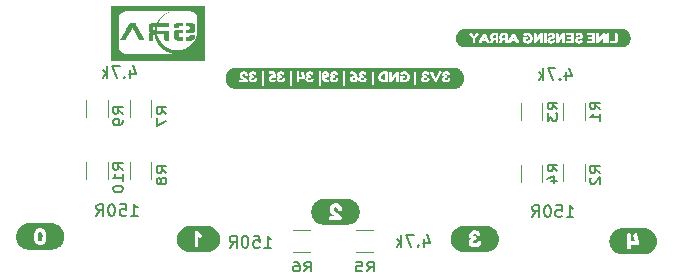
<source format=gbr>
%TF.GenerationSoftware,KiCad,Pcbnew,8.0.2*%
%TF.CreationDate,2024-11-07T23:12:14+05:30*%
%TF.ProjectId,lsa,6c73612e-6b69-4636-9164-5f7063625858,rev?*%
%TF.SameCoordinates,Original*%
%TF.FileFunction,Legend,Bot*%
%TF.FilePolarity,Positive*%
%FSLAX46Y46*%
G04 Gerber Fmt 4.6, Leading zero omitted, Abs format (unit mm)*
G04 Created by KiCad (PCBNEW 8.0.2) date 2024-11-07 23:12:14*
%MOMM*%
%LPD*%
G01*
G04 APERTURE LIST*
%ADD10C,0.150000*%
%ADD11C,0.000000*%
%ADD12C,0.120000*%
G04 APERTURE END LIST*
D10*
X101862295Y-77433333D02*
X101481342Y-77100000D01*
X101862295Y-76861905D02*
X101062295Y-76861905D01*
X101062295Y-76861905D02*
X101062295Y-77242857D01*
X101062295Y-77242857D02*
X101100390Y-77338095D01*
X101100390Y-77338095D02*
X101138485Y-77385714D01*
X101138485Y-77385714D02*
X101214676Y-77433333D01*
X101214676Y-77433333D02*
X101328961Y-77433333D01*
X101328961Y-77433333D02*
X101405152Y-77385714D01*
X101405152Y-77385714D02*
X101443247Y-77338095D01*
X101443247Y-77338095D02*
X101481342Y-77242857D01*
X101481342Y-77242857D02*
X101481342Y-76861905D01*
X101062295Y-77766667D02*
X101062295Y-78433333D01*
X101062295Y-78433333D02*
X101862295Y-78004762D01*
X98828571Y-73688152D02*
X98828571Y-74354819D01*
X99066666Y-73307200D02*
X99304761Y-74021485D01*
X99304761Y-74021485D02*
X98685714Y-74021485D01*
X98304761Y-74259580D02*
X98257142Y-74307200D01*
X98257142Y-74307200D02*
X98304761Y-74354819D01*
X98304761Y-74354819D02*
X98352380Y-74307200D01*
X98352380Y-74307200D02*
X98304761Y-74259580D01*
X98304761Y-74259580D02*
X98304761Y-74354819D01*
X97923809Y-73354819D02*
X97257143Y-73354819D01*
X97257143Y-73354819D02*
X97685714Y-74354819D01*
X96876190Y-74354819D02*
X96876190Y-73354819D01*
X96780952Y-73973866D02*
X96495238Y-74354819D01*
X96495238Y-73688152D02*
X96876190Y-74069104D01*
X138582295Y-82433333D02*
X138201342Y-82100000D01*
X138582295Y-81861905D02*
X137782295Y-81861905D01*
X137782295Y-81861905D02*
X137782295Y-82242857D01*
X137782295Y-82242857D02*
X137820390Y-82338095D01*
X137820390Y-82338095D02*
X137858485Y-82385714D01*
X137858485Y-82385714D02*
X137934676Y-82433333D01*
X137934676Y-82433333D02*
X138048961Y-82433333D01*
X138048961Y-82433333D02*
X138125152Y-82385714D01*
X138125152Y-82385714D02*
X138163247Y-82338095D01*
X138163247Y-82338095D02*
X138201342Y-82242857D01*
X138201342Y-82242857D02*
X138201342Y-81861905D01*
X137858485Y-82814286D02*
X137820390Y-82861905D01*
X137820390Y-82861905D02*
X137782295Y-82957143D01*
X137782295Y-82957143D02*
X137782295Y-83195238D01*
X137782295Y-83195238D02*
X137820390Y-83290476D01*
X137820390Y-83290476D02*
X137858485Y-83338095D01*
X137858485Y-83338095D02*
X137934676Y-83385714D01*
X137934676Y-83385714D02*
X138010866Y-83385714D01*
X138010866Y-83385714D02*
X138125152Y-83338095D01*
X138125152Y-83338095D02*
X138582295Y-82766667D01*
X138582295Y-82766667D02*
X138582295Y-83385714D01*
X135766666Y-86154819D02*
X136338094Y-86154819D01*
X136052380Y-86154819D02*
X136052380Y-85154819D01*
X136052380Y-85154819D02*
X136147618Y-85297676D01*
X136147618Y-85297676D02*
X136242856Y-85392914D01*
X136242856Y-85392914D02*
X136338094Y-85440533D01*
X134861904Y-85154819D02*
X135338094Y-85154819D01*
X135338094Y-85154819D02*
X135385713Y-85631009D01*
X135385713Y-85631009D02*
X135338094Y-85583390D01*
X135338094Y-85583390D02*
X135242856Y-85535771D01*
X135242856Y-85535771D02*
X135004761Y-85535771D01*
X135004761Y-85535771D02*
X134909523Y-85583390D01*
X134909523Y-85583390D02*
X134861904Y-85631009D01*
X134861904Y-85631009D02*
X134814285Y-85726247D01*
X134814285Y-85726247D02*
X134814285Y-85964342D01*
X134814285Y-85964342D02*
X134861904Y-86059580D01*
X134861904Y-86059580D02*
X134909523Y-86107200D01*
X134909523Y-86107200D02*
X135004761Y-86154819D01*
X135004761Y-86154819D02*
X135242856Y-86154819D01*
X135242856Y-86154819D02*
X135338094Y-86107200D01*
X135338094Y-86107200D02*
X135385713Y-86059580D01*
X134195237Y-85154819D02*
X134099999Y-85154819D01*
X134099999Y-85154819D02*
X134004761Y-85202438D01*
X134004761Y-85202438D02*
X133957142Y-85250057D01*
X133957142Y-85250057D02*
X133909523Y-85345295D01*
X133909523Y-85345295D02*
X133861904Y-85535771D01*
X133861904Y-85535771D02*
X133861904Y-85773866D01*
X133861904Y-85773866D02*
X133909523Y-85964342D01*
X133909523Y-85964342D02*
X133957142Y-86059580D01*
X133957142Y-86059580D02*
X134004761Y-86107200D01*
X134004761Y-86107200D02*
X134099999Y-86154819D01*
X134099999Y-86154819D02*
X134195237Y-86154819D01*
X134195237Y-86154819D02*
X134290475Y-86107200D01*
X134290475Y-86107200D02*
X134338094Y-86059580D01*
X134338094Y-86059580D02*
X134385713Y-85964342D01*
X134385713Y-85964342D02*
X134433332Y-85773866D01*
X134433332Y-85773866D02*
X134433332Y-85535771D01*
X134433332Y-85535771D02*
X134385713Y-85345295D01*
X134385713Y-85345295D02*
X134338094Y-85250057D01*
X134338094Y-85250057D02*
X134290475Y-85202438D01*
X134290475Y-85202438D02*
X134195237Y-85154819D01*
X132861904Y-86154819D02*
X133195237Y-85678628D01*
X133433332Y-86154819D02*
X133433332Y-85154819D01*
X133433332Y-85154819D02*
X133052380Y-85154819D01*
X133052380Y-85154819D02*
X132957142Y-85202438D01*
X132957142Y-85202438D02*
X132909523Y-85250057D01*
X132909523Y-85250057D02*
X132861904Y-85345295D01*
X132861904Y-85345295D02*
X132861904Y-85488152D01*
X132861904Y-85488152D02*
X132909523Y-85583390D01*
X132909523Y-85583390D02*
X132957142Y-85631009D01*
X132957142Y-85631009D02*
X133052380Y-85678628D01*
X133052380Y-85678628D02*
X133433332Y-85678628D01*
X118866666Y-90762295D02*
X119199999Y-90381342D01*
X119438094Y-90762295D02*
X119438094Y-89962295D01*
X119438094Y-89962295D02*
X119057142Y-89962295D01*
X119057142Y-89962295D02*
X118961904Y-90000390D01*
X118961904Y-90000390D02*
X118914285Y-90038485D01*
X118914285Y-90038485D02*
X118866666Y-90114676D01*
X118866666Y-90114676D02*
X118866666Y-90228961D01*
X118866666Y-90228961D02*
X118914285Y-90305152D01*
X118914285Y-90305152D02*
X118961904Y-90343247D01*
X118961904Y-90343247D02*
X119057142Y-90381342D01*
X119057142Y-90381342D02*
X119438094Y-90381342D01*
X117961904Y-89962295D02*
X118438094Y-89962295D01*
X118438094Y-89962295D02*
X118485713Y-90343247D01*
X118485713Y-90343247D02*
X118438094Y-90305152D01*
X118438094Y-90305152D02*
X118342856Y-90267057D01*
X118342856Y-90267057D02*
X118104761Y-90267057D01*
X118104761Y-90267057D02*
X118009523Y-90305152D01*
X118009523Y-90305152D02*
X117961904Y-90343247D01*
X117961904Y-90343247D02*
X117914285Y-90419438D01*
X117914285Y-90419438D02*
X117914285Y-90609914D01*
X117914285Y-90609914D02*
X117961904Y-90686104D01*
X117961904Y-90686104D02*
X118009523Y-90724200D01*
X118009523Y-90724200D02*
X118104761Y-90762295D01*
X118104761Y-90762295D02*
X118342856Y-90762295D01*
X118342856Y-90762295D02*
X118438094Y-90724200D01*
X118438094Y-90724200D02*
X118485713Y-90686104D01*
X123728571Y-87988152D02*
X123728571Y-88654819D01*
X123966666Y-87607200D02*
X124204761Y-88321485D01*
X124204761Y-88321485D02*
X123585714Y-88321485D01*
X123204761Y-88559580D02*
X123157142Y-88607200D01*
X123157142Y-88607200D02*
X123204761Y-88654819D01*
X123204761Y-88654819D02*
X123252380Y-88607200D01*
X123252380Y-88607200D02*
X123204761Y-88559580D01*
X123204761Y-88559580D02*
X123204761Y-88654819D01*
X122823809Y-87654819D02*
X122157143Y-87654819D01*
X122157143Y-87654819D02*
X122585714Y-88654819D01*
X121776190Y-88654819D02*
X121776190Y-87654819D01*
X121680952Y-88273866D02*
X121395238Y-88654819D01*
X121395238Y-87988152D02*
X121776190Y-88369104D01*
X98182295Y-77433333D02*
X97801342Y-77100000D01*
X98182295Y-76861905D02*
X97382295Y-76861905D01*
X97382295Y-76861905D02*
X97382295Y-77242857D01*
X97382295Y-77242857D02*
X97420390Y-77338095D01*
X97420390Y-77338095D02*
X97458485Y-77385714D01*
X97458485Y-77385714D02*
X97534676Y-77433333D01*
X97534676Y-77433333D02*
X97648961Y-77433333D01*
X97648961Y-77433333D02*
X97725152Y-77385714D01*
X97725152Y-77385714D02*
X97763247Y-77338095D01*
X97763247Y-77338095D02*
X97801342Y-77242857D01*
X97801342Y-77242857D02*
X97801342Y-76861905D01*
X98182295Y-77909524D02*
X98182295Y-78100000D01*
X98182295Y-78100000D02*
X98144200Y-78195238D01*
X98144200Y-78195238D02*
X98106104Y-78242857D01*
X98106104Y-78242857D02*
X97991819Y-78338095D01*
X97991819Y-78338095D02*
X97839438Y-78385714D01*
X97839438Y-78385714D02*
X97534676Y-78385714D01*
X97534676Y-78385714D02*
X97458485Y-78338095D01*
X97458485Y-78338095D02*
X97420390Y-78290476D01*
X97420390Y-78290476D02*
X97382295Y-78195238D01*
X97382295Y-78195238D02*
X97382295Y-78004762D01*
X97382295Y-78004762D02*
X97420390Y-77909524D01*
X97420390Y-77909524D02*
X97458485Y-77861905D01*
X97458485Y-77861905D02*
X97534676Y-77814286D01*
X97534676Y-77814286D02*
X97725152Y-77814286D01*
X97725152Y-77814286D02*
X97801342Y-77861905D01*
X97801342Y-77861905D02*
X97839438Y-77909524D01*
X97839438Y-77909524D02*
X97877533Y-78004762D01*
X97877533Y-78004762D02*
X97877533Y-78195238D01*
X97877533Y-78195238D02*
X97839438Y-78290476D01*
X97839438Y-78290476D02*
X97801342Y-78338095D01*
X97801342Y-78338095D02*
X97725152Y-78385714D01*
X134982295Y-82283333D02*
X134601342Y-81950000D01*
X134982295Y-81711905D02*
X134182295Y-81711905D01*
X134182295Y-81711905D02*
X134182295Y-82092857D01*
X134182295Y-82092857D02*
X134220390Y-82188095D01*
X134220390Y-82188095D02*
X134258485Y-82235714D01*
X134258485Y-82235714D02*
X134334676Y-82283333D01*
X134334676Y-82283333D02*
X134448961Y-82283333D01*
X134448961Y-82283333D02*
X134525152Y-82235714D01*
X134525152Y-82235714D02*
X134563247Y-82188095D01*
X134563247Y-82188095D02*
X134601342Y-82092857D01*
X134601342Y-82092857D02*
X134601342Y-81711905D01*
X134448961Y-83140476D02*
X134982295Y-83140476D01*
X134144200Y-82902381D02*
X134715628Y-82664286D01*
X134715628Y-82664286D02*
X134715628Y-83283333D01*
X134982295Y-77033333D02*
X134601342Y-76700000D01*
X134982295Y-76461905D02*
X134182295Y-76461905D01*
X134182295Y-76461905D02*
X134182295Y-76842857D01*
X134182295Y-76842857D02*
X134220390Y-76938095D01*
X134220390Y-76938095D02*
X134258485Y-76985714D01*
X134258485Y-76985714D02*
X134334676Y-77033333D01*
X134334676Y-77033333D02*
X134448961Y-77033333D01*
X134448961Y-77033333D02*
X134525152Y-76985714D01*
X134525152Y-76985714D02*
X134563247Y-76938095D01*
X134563247Y-76938095D02*
X134601342Y-76842857D01*
X134601342Y-76842857D02*
X134601342Y-76461905D01*
X134182295Y-77366667D02*
X134182295Y-77985714D01*
X134182295Y-77985714D02*
X134487057Y-77652381D01*
X134487057Y-77652381D02*
X134487057Y-77795238D01*
X134487057Y-77795238D02*
X134525152Y-77890476D01*
X134525152Y-77890476D02*
X134563247Y-77938095D01*
X134563247Y-77938095D02*
X134639438Y-77985714D01*
X134639438Y-77985714D02*
X134829914Y-77985714D01*
X134829914Y-77985714D02*
X134906104Y-77938095D01*
X134906104Y-77938095D02*
X134944200Y-77890476D01*
X134944200Y-77890476D02*
X134982295Y-77795238D01*
X134982295Y-77795238D02*
X134982295Y-77509524D01*
X134982295Y-77509524D02*
X134944200Y-77414286D01*
X134944200Y-77414286D02*
X134906104Y-77366667D01*
X138582295Y-77033333D02*
X138201342Y-76700000D01*
X138582295Y-76461905D02*
X137782295Y-76461905D01*
X137782295Y-76461905D02*
X137782295Y-76842857D01*
X137782295Y-76842857D02*
X137820390Y-76938095D01*
X137820390Y-76938095D02*
X137858485Y-76985714D01*
X137858485Y-76985714D02*
X137934676Y-77033333D01*
X137934676Y-77033333D02*
X138048961Y-77033333D01*
X138048961Y-77033333D02*
X138125152Y-76985714D01*
X138125152Y-76985714D02*
X138163247Y-76938095D01*
X138163247Y-76938095D02*
X138201342Y-76842857D01*
X138201342Y-76842857D02*
X138201342Y-76461905D01*
X138582295Y-77985714D02*
X138582295Y-77414286D01*
X138582295Y-77700000D02*
X137782295Y-77700000D01*
X137782295Y-77700000D02*
X137896580Y-77604762D01*
X137896580Y-77604762D02*
X137972771Y-77509524D01*
X137972771Y-77509524D02*
X138010866Y-77414286D01*
X135728571Y-73888152D02*
X135728571Y-74554819D01*
X135966666Y-73507200D02*
X136204761Y-74221485D01*
X136204761Y-74221485D02*
X135585714Y-74221485D01*
X135204761Y-74459580D02*
X135157142Y-74507200D01*
X135157142Y-74507200D02*
X135204761Y-74554819D01*
X135204761Y-74554819D02*
X135252380Y-74507200D01*
X135252380Y-74507200D02*
X135204761Y-74459580D01*
X135204761Y-74459580D02*
X135204761Y-74554819D01*
X134823809Y-73554819D02*
X134157143Y-73554819D01*
X134157143Y-73554819D02*
X134585714Y-74554819D01*
X133776190Y-74554819D02*
X133776190Y-73554819D01*
X133680952Y-74173866D02*
X133395238Y-74554819D01*
X133395238Y-73888152D02*
X133776190Y-74269104D01*
X101862295Y-82433333D02*
X101481342Y-82100000D01*
X101862295Y-81861905D02*
X101062295Y-81861905D01*
X101062295Y-81861905D02*
X101062295Y-82242857D01*
X101062295Y-82242857D02*
X101100390Y-82338095D01*
X101100390Y-82338095D02*
X101138485Y-82385714D01*
X101138485Y-82385714D02*
X101214676Y-82433333D01*
X101214676Y-82433333D02*
X101328961Y-82433333D01*
X101328961Y-82433333D02*
X101405152Y-82385714D01*
X101405152Y-82385714D02*
X101443247Y-82338095D01*
X101443247Y-82338095D02*
X101481342Y-82242857D01*
X101481342Y-82242857D02*
X101481342Y-81861905D01*
X101405152Y-83004762D02*
X101367057Y-82909524D01*
X101367057Y-82909524D02*
X101328961Y-82861905D01*
X101328961Y-82861905D02*
X101252771Y-82814286D01*
X101252771Y-82814286D02*
X101214676Y-82814286D01*
X101214676Y-82814286D02*
X101138485Y-82861905D01*
X101138485Y-82861905D02*
X101100390Y-82909524D01*
X101100390Y-82909524D02*
X101062295Y-83004762D01*
X101062295Y-83004762D02*
X101062295Y-83195238D01*
X101062295Y-83195238D02*
X101100390Y-83290476D01*
X101100390Y-83290476D02*
X101138485Y-83338095D01*
X101138485Y-83338095D02*
X101214676Y-83385714D01*
X101214676Y-83385714D02*
X101252771Y-83385714D01*
X101252771Y-83385714D02*
X101328961Y-83338095D01*
X101328961Y-83338095D02*
X101367057Y-83290476D01*
X101367057Y-83290476D02*
X101405152Y-83195238D01*
X101405152Y-83195238D02*
X101405152Y-83004762D01*
X101405152Y-83004762D02*
X101443247Y-82909524D01*
X101443247Y-82909524D02*
X101481342Y-82861905D01*
X101481342Y-82861905D02*
X101557533Y-82814286D01*
X101557533Y-82814286D02*
X101709914Y-82814286D01*
X101709914Y-82814286D02*
X101786104Y-82861905D01*
X101786104Y-82861905D02*
X101824200Y-82909524D01*
X101824200Y-82909524D02*
X101862295Y-83004762D01*
X101862295Y-83004762D02*
X101862295Y-83195238D01*
X101862295Y-83195238D02*
X101824200Y-83290476D01*
X101824200Y-83290476D02*
X101786104Y-83338095D01*
X101786104Y-83338095D02*
X101709914Y-83385714D01*
X101709914Y-83385714D02*
X101557533Y-83385714D01*
X101557533Y-83385714D02*
X101481342Y-83338095D01*
X101481342Y-83338095D02*
X101443247Y-83290476D01*
X101443247Y-83290476D02*
X101405152Y-83195238D01*
X98866666Y-86054819D02*
X99438094Y-86054819D01*
X99152380Y-86054819D02*
X99152380Y-85054819D01*
X99152380Y-85054819D02*
X99247618Y-85197676D01*
X99247618Y-85197676D02*
X99342856Y-85292914D01*
X99342856Y-85292914D02*
X99438094Y-85340533D01*
X97961904Y-85054819D02*
X98438094Y-85054819D01*
X98438094Y-85054819D02*
X98485713Y-85531009D01*
X98485713Y-85531009D02*
X98438094Y-85483390D01*
X98438094Y-85483390D02*
X98342856Y-85435771D01*
X98342856Y-85435771D02*
X98104761Y-85435771D01*
X98104761Y-85435771D02*
X98009523Y-85483390D01*
X98009523Y-85483390D02*
X97961904Y-85531009D01*
X97961904Y-85531009D02*
X97914285Y-85626247D01*
X97914285Y-85626247D02*
X97914285Y-85864342D01*
X97914285Y-85864342D02*
X97961904Y-85959580D01*
X97961904Y-85959580D02*
X98009523Y-86007200D01*
X98009523Y-86007200D02*
X98104761Y-86054819D01*
X98104761Y-86054819D02*
X98342856Y-86054819D01*
X98342856Y-86054819D02*
X98438094Y-86007200D01*
X98438094Y-86007200D02*
X98485713Y-85959580D01*
X97295237Y-85054819D02*
X97199999Y-85054819D01*
X97199999Y-85054819D02*
X97104761Y-85102438D01*
X97104761Y-85102438D02*
X97057142Y-85150057D01*
X97057142Y-85150057D02*
X97009523Y-85245295D01*
X97009523Y-85245295D02*
X96961904Y-85435771D01*
X96961904Y-85435771D02*
X96961904Y-85673866D01*
X96961904Y-85673866D02*
X97009523Y-85864342D01*
X97009523Y-85864342D02*
X97057142Y-85959580D01*
X97057142Y-85959580D02*
X97104761Y-86007200D01*
X97104761Y-86007200D02*
X97199999Y-86054819D01*
X97199999Y-86054819D02*
X97295237Y-86054819D01*
X97295237Y-86054819D02*
X97390475Y-86007200D01*
X97390475Y-86007200D02*
X97438094Y-85959580D01*
X97438094Y-85959580D02*
X97485713Y-85864342D01*
X97485713Y-85864342D02*
X97533332Y-85673866D01*
X97533332Y-85673866D02*
X97533332Y-85435771D01*
X97533332Y-85435771D02*
X97485713Y-85245295D01*
X97485713Y-85245295D02*
X97438094Y-85150057D01*
X97438094Y-85150057D02*
X97390475Y-85102438D01*
X97390475Y-85102438D02*
X97295237Y-85054819D01*
X95961904Y-86054819D02*
X96295237Y-85578628D01*
X96533332Y-86054819D02*
X96533332Y-85054819D01*
X96533332Y-85054819D02*
X96152380Y-85054819D01*
X96152380Y-85054819D02*
X96057142Y-85102438D01*
X96057142Y-85102438D02*
X96009523Y-85150057D01*
X96009523Y-85150057D02*
X95961904Y-85245295D01*
X95961904Y-85245295D02*
X95961904Y-85388152D01*
X95961904Y-85388152D02*
X96009523Y-85483390D01*
X96009523Y-85483390D02*
X96057142Y-85531009D01*
X96057142Y-85531009D02*
X96152380Y-85578628D01*
X96152380Y-85578628D02*
X96533332Y-85578628D01*
X113566666Y-90762295D02*
X113899999Y-90381342D01*
X114138094Y-90762295D02*
X114138094Y-89962295D01*
X114138094Y-89962295D02*
X113757142Y-89962295D01*
X113757142Y-89962295D02*
X113661904Y-90000390D01*
X113661904Y-90000390D02*
X113614285Y-90038485D01*
X113614285Y-90038485D02*
X113566666Y-90114676D01*
X113566666Y-90114676D02*
X113566666Y-90228961D01*
X113566666Y-90228961D02*
X113614285Y-90305152D01*
X113614285Y-90305152D02*
X113661904Y-90343247D01*
X113661904Y-90343247D02*
X113757142Y-90381342D01*
X113757142Y-90381342D02*
X114138094Y-90381342D01*
X112709523Y-89962295D02*
X112899999Y-89962295D01*
X112899999Y-89962295D02*
X112995237Y-90000390D01*
X112995237Y-90000390D02*
X113042856Y-90038485D01*
X113042856Y-90038485D02*
X113138094Y-90152771D01*
X113138094Y-90152771D02*
X113185713Y-90305152D01*
X113185713Y-90305152D02*
X113185713Y-90609914D01*
X113185713Y-90609914D02*
X113138094Y-90686104D01*
X113138094Y-90686104D02*
X113090475Y-90724200D01*
X113090475Y-90724200D02*
X112995237Y-90762295D01*
X112995237Y-90762295D02*
X112804761Y-90762295D01*
X112804761Y-90762295D02*
X112709523Y-90724200D01*
X112709523Y-90724200D02*
X112661904Y-90686104D01*
X112661904Y-90686104D02*
X112614285Y-90609914D01*
X112614285Y-90609914D02*
X112614285Y-90419438D01*
X112614285Y-90419438D02*
X112661904Y-90343247D01*
X112661904Y-90343247D02*
X112709523Y-90305152D01*
X112709523Y-90305152D02*
X112804761Y-90267057D01*
X112804761Y-90267057D02*
X112995237Y-90267057D01*
X112995237Y-90267057D02*
X113090475Y-90305152D01*
X113090475Y-90305152D02*
X113138094Y-90343247D01*
X113138094Y-90343247D02*
X113185713Y-90419438D01*
X110166666Y-88754819D02*
X110738094Y-88754819D01*
X110452380Y-88754819D02*
X110452380Y-87754819D01*
X110452380Y-87754819D02*
X110547618Y-87897676D01*
X110547618Y-87897676D02*
X110642856Y-87992914D01*
X110642856Y-87992914D02*
X110738094Y-88040533D01*
X109261904Y-87754819D02*
X109738094Y-87754819D01*
X109738094Y-87754819D02*
X109785713Y-88231009D01*
X109785713Y-88231009D02*
X109738094Y-88183390D01*
X109738094Y-88183390D02*
X109642856Y-88135771D01*
X109642856Y-88135771D02*
X109404761Y-88135771D01*
X109404761Y-88135771D02*
X109309523Y-88183390D01*
X109309523Y-88183390D02*
X109261904Y-88231009D01*
X109261904Y-88231009D02*
X109214285Y-88326247D01*
X109214285Y-88326247D02*
X109214285Y-88564342D01*
X109214285Y-88564342D02*
X109261904Y-88659580D01*
X109261904Y-88659580D02*
X109309523Y-88707200D01*
X109309523Y-88707200D02*
X109404761Y-88754819D01*
X109404761Y-88754819D02*
X109642856Y-88754819D01*
X109642856Y-88754819D02*
X109738094Y-88707200D01*
X109738094Y-88707200D02*
X109785713Y-88659580D01*
X108595237Y-87754819D02*
X108499999Y-87754819D01*
X108499999Y-87754819D02*
X108404761Y-87802438D01*
X108404761Y-87802438D02*
X108357142Y-87850057D01*
X108357142Y-87850057D02*
X108309523Y-87945295D01*
X108309523Y-87945295D02*
X108261904Y-88135771D01*
X108261904Y-88135771D02*
X108261904Y-88373866D01*
X108261904Y-88373866D02*
X108309523Y-88564342D01*
X108309523Y-88564342D02*
X108357142Y-88659580D01*
X108357142Y-88659580D02*
X108404761Y-88707200D01*
X108404761Y-88707200D02*
X108499999Y-88754819D01*
X108499999Y-88754819D02*
X108595237Y-88754819D01*
X108595237Y-88754819D02*
X108690475Y-88707200D01*
X108690475Y-88707200D02*
X108738094Y-88659580D01*
X108738094Y-88659580D02*
X108785713Y-88564342D01*
X108785713Y-88564342D02*
X108833332Y-88373866D01*
X108833332Y-88373866D02*
X108833332Y-88135771D01*
X108833332Y-88135771D02*
X108785713Y-87945295D01*
X108785713Y-87945295D02*
X108738094Y-87850057D01*
X108738094Y-87850057D02*
X108690475Y-87802438D01*
X108690475Y-87802438D02*
X108595237Y-87754819D01*
X107261904Y-88754819D02*
X107595237Y-88278628D01*
X107833332Y-88754819D02*
X107833332Y-87754819D01*
X107833332Y-87754819D02*
X107452380Y-87754819D01*
X107452380Y-87754819D02*
X107357142Y-87802438D01*
X107357142Y-87802438D02*
X107309523Y-87850057D01*
X107309523Y-87850057D02*
X107261904Y-87945295D01*
X107261904Y-87945295D02*
X107261904Y-88088152D01*
X107261904Y-88088152D02*
X107309523Y-88183390D01*
X107309523Y-88183390D02*
X107357142Y-88231009D01*
X107357142Y-88231009D02*
X107452380Y-88278628D01*
X107452380Y-88278628D02*
X107833332Y-88278628D01*
X98182295Y-82157142D02*
X97801342Y-81823809D01*
X98182295Y-81585714D02*
X97382295Y-81585714D01*
X97382295Y-81585714D02*
X97382295Y-81966666D01*
X97382295Y-81966666D02*
X97420390Y-82061904D01*
X97420390Y-82061904D02*
X97458485Y-82109523D01*
X97458485Y-82109523D02*
X97534676Y-82157142D01*
X97534676Y-82157142D02*
X97648961Y-82157142D01*
X97648961Y-82157142D02*
X97725152Y-82109523D01*
X97725152Y-82109523D02*
X97763247Y-82061904D01*
X97763247Y-82061904D02*
X97801342Y-81966666D01*
X97801342Y-81966666D02*
X97801342Y-81585714D01*
X98182295Y-83109523D02*
X98182295Y-82538095D01*
X98182295Y-82823809D02*
X97382295Y-82823809D01*
X97382295Y-82823809D02*
X97496580Y-82728571D01*
X97496580Y-82728571D02*
X97572771Y-82633333D01*
X97572771Y-82633333D02*
X97610866Y-82538095D01*
X97382295Y-83728571D02*
X97382295Y-83823809D01*
X97382295Y-83823809D02*
X97420390Y-83919047D01*
X97420390Y-83919047D02*
X97458485Y-83966666D01*
X97458485Y-83966666D02*
X97534676Y-84014285D01*
X97534676Y-84014285D02*
X97687057Y-84061904D01*
X97687057Y-84061904D02*
X97877533Y-84061904D01*
X97877533Y-84061904D02*
X98029914Y-84014285D01*
X98029914Y-84014285D02*
X98106104Y-83966666D01*
X98106104Y-83966666D02*
X98144200Y-83919047D01*
X98144200Y-83919047D02*
X98182295Y-83823809D01*
X98182295Y-83823809D02*
X98182295Y-83728571D01*
X98182295Y-83728571D02*
X98144200Y-83633333D01*
X98144200Y-83633333D02*
X98106104Y-83585714D01*
X98106104Y-83585714D02*
X98029914Y-83538095D01*
X98029914Y-83538095D02*
X97877533Y-83490476D01*
X97877533Y-83490476D02*
X97687057Y-83490476D01*
X97687057Y-83490476D02*
X97534676Y-83538095D01*
X97534676Y-83538095D02*
X97458485Y-83585714D01*
X97458485Y-83585714D02*
X97420390Y-83633333D01*
X97420390Y-83633333D02*
X97382295Y-83728571D01*
D11*
%TO.C,kibuzzard-6394EC2D*%
G36*
X115426787Y-74026937D02*
G01*
X115451235Y-74090755D01*
X115429010Y-74145365D01*
X115357255Y-74170765D01*
X115281690Y-74147270D01*
X115255655Y-74100280D01*
X115258830Y-74063450D01*
X115272165Y-74034875D01*
X115353445Y-74005665D01*
X115426787Y-74026937D01*
G37*
G36*
X117816610Y-74410160D02*
G01*
X117842645Y-74457785D01*
X117839470Y-74494615D01*
X117827405Y-74522555D01*
X117746125Y-74551765D01*
X117672782Y-74530493D01*
X117648335Y-74466675D01*
X117670560Y-74412065D01*
X117741680Y-74386665D01*
X117816610Y-74410160D01*
G37*
G36*
X120414395Y-74517475D02*
G01*
X120291205Y-74517475D01*
X120204210Y-74500489D01*
X120126105Y-74449530D01*
X120070860Y-74372854D01*
X120052445Y-74278715D01*
X120070384Y-74184259D01*
X120124200Y-74106630D01*
X120202146Y-74054719D01*
X120292475Y-74037415D01*
X120414395Y-74037415D01*
X120414395Y-74517475D01*
G37*
G36*
X126289424Y-73501589D02*
G01*
X126377058Y-73514588D01*
X126462995Y-73536114D01*
X126546409Y-73565960D01*
X126626496Y-73603838D01*
X126702484Y-73649384D01*
X126773642Y-73702158D01*
X126839285Y-73761653D01*
X126898780Y-73827296D01*
X126951554Y-73898454D01*
X126997100Y-73974443D01*
X127034978Y-74054529D01*
X127064824Y-74137943D01*
X127086350Y-74223881D01*
X127099350Y-74311514D01*
X127103697Y-74400000D01*
X127099350Y-74488486D01*
X127086350Y-74576119D01*
X127064824Y-74662057D01*
X127034978Y-74745471D01*
X126997100Y-74825557D01*
X126951554Y-74901546D01*
X126898780Y-74972704D01*
X126839285Y-75038347D01*
X126773642Y-75097842D01*
X126702484Y-75150616D01*
X126626496Y-75196162D01*
X126546409Y-75234040D01*
X126462995Y-75263886D01*
X126377058Y-75285412D01*
X126289424Y-75298411D01*
X126200938Y-75302758D01*
X125936355Y-75302758D01*
X125584565Y-75302758D01*
X124691755Y-75302758D01*
X123817995Y-75302758D01*
X122970270Y-75302758D01*
X122010785Y-75302758D01*
X120853815Y-75302758D01*
X120295015Y-75302758D01*
X119336800Y-75302758D01*
X118494155Y-75302758D01*
X117741045Y-75302758D01*
X116935230Y-75302758D01*
X116092585Y-75302758D01*
X115536325Y-75302758D01*
X114854970Y-75302758D01*
X114012325Y-75302758D01*
X113033155Y-75302758D01*
X112412760Y-75302758D01*
X111570115Y-75302758D01*
X110858915Y-75302758D01*
X110049290Y-75302758D01*
X109206645Y-75302758D01*
X108177945Y-75302758D01*
X108063645Y-75302758D01*
X107799062Y-75302758D01*
X107710576Y-75298411D01*
X107622942Y-75285412D01*
X107537005Y-75263886D01*
X107453591Y-75234040D01*
X107373504Y-75196162D01*
X107297516Y-75150616D01*
X107226358Y-75097842D01*
X107160715Y-75038346D01*
X107101220Y-74972704D01*
X107048446Y-74901546D01*
X107002900Y-74825557D01*
X106965022Y-74745471D01*
X106935176Y-74662057D01*
X106928068Y-74633680D01*
X108063645Y-74633680D01*
X108071900Y-74697815D01*
X108099205Y-74730835D01*
X108177945Y-74746075D01*
X108674515Y-74746075D01*
X108753255Y-74711785D01*
X108786275Y-74631775D01*
X108774369Y-74565894D01*
X108738650Y-74505410D01*
X108686104Y-74451753D01*
X108680432Y-74447625D01*
X108849775Y-74447625D01*
X108861064Y-74532927D01*
X108894930Y-74607645D01*
X108951375Y-74671780D01*
X109024894Y-74720816D01*
X109109984Y-74750238D01*
X109206645Y-74760045D01*
X109302600Y-74750167D01*
X109387267Y-74720534D01*
X109460645Y-74671145D01*
X109496522Y-74631458D01*
X109527955Y-74580975D01*
X109541925Y-74547955D01*
X109544465Y-74535255D01*
X109558435Y-74466675D01*
X109527320Y-74411430D01*
X109433975Y-74393015D01*
X109366665Y-74405715D01*
X109328565Y-74471755D01*
X109258715Y-74532715D01*
X109205375Y-74540335D01*
X109146955Y-74533509D01*
X109106315Y-74513030D01*
X109074565Y-74451435D01*
X109105680Y-74391110D01*
X109179340Y-74365075D01*
X109237125Y-74362535D01*
X109270145Y-74349835D01*
X109295862Y-74317133D01*
X109304435Y-74252045D01*
X109292687Y-74181243D01*
X109257445Y-74146635D01*
X109191405Y-74140285D01*
X109119015Y-74127902D01*
X109094885Y-74090755D01*
X109120285Y-74039955D01*
X109190770Y-74015825D01*
X109262525Y-74031065D01*
X109295545Y-74061545D01*
X109303165Y-74076785D01*
X109338725Y-74124410D01*
X109386985Y-74140285D01*
X109456835Y-74117425D01*
X109504460Y-74077737D01*
X109520335Y-74032335D01*
X109491125Y-73945975D01*
X109463185Y-73905970D01*
X109427826Y-73872315D01*
X109962295Y-73872315D01*
X109962295Y-74928955D01*
X109971502Y-74997535D01*
X109999125Y-75030555D01*
X110049290Y-75038175D01*
X110099455Y-75030555D01*
X110126125Y-75003885D01*
X110136285Y-74926415D01*
X110136285Y-74440640D01*
X110540145Y-74440640D01*
X110550305Y-74524178D01*
X110580785Y-74599531D01*
X110631585Y-74666700D01*
X110697484Y-74719264D01*
X110773260Y-74750802D01*
X110858915Y-74761315D01*
X110935115Y-74754683D01*
X111006235Y-74734786D01*
X111072275Y-74701625D01*
X111104025Y-74677495D01*
X111114185Y-74668605D01*
X111162445Y-74592405D01*
X111115455Y-74509855D01*
X111041795Y-74467945D01*
X110956705Y-74508585D01*
X110877330Y-74535255D01*
X110793510Y-74511125D01*
X110767505Y-74447625D01*
X111213245Y-74447625D01*
X111224534Y-74532927D01*
X111258400Y-74607645D01*
X111314845Y-74671780D01*
X111388364Y-74720816D01*
X111473454Y-74750238D01*
X111570115Y-74760045D01*
X111666070Y-74750167D01*
X111750737Y-74720534D01*
X111824115Y-74671145D01*
X111859992Y-74631458D01*
X111891425Y-74580975D01*
X111905395Y-74547955D01*
X111907935Y-74535255D01*
X111921905Y-74466675D01*
X111890790Y-74411430D01*
X111797445Y-74393015D01*
X111730135Y-74405715D01*
X111692035Y-74471755D01*
X111622185Y-74532715D01*
X111568845Y-74540335D01*
X111510425Y-74533509D01*
X111469785Y-74513030D01*
X111438035Y-74451435D01*
X111469150Y-74391110D01*
X111542810Y-74365075D01*
X111600595Y-74362535D01*
X111633615Y-74349835D01*
X111659332Y-74317133D01*
X111667905Y-74252045D01*
X111656157Y-74181243D01*
X111620915Y-74146635D01*
X111554875Y-74140285D01*
X111482485Y-74127902D01*
X111458355Y-74090755D01*
X111483755Y-74039955D01*
X111554240Y-74015825D01*
X111625995Y-74031065D01*
X111659015Y-74061545D01*
X111666635Y-74076785D01*
X111702195Y-74124410D01*
X111750455Y-74140285D01*
X111820305Y-74117425D01*
X111867930Y-74077737D01*
X111883805Y-74032335D01*
X111854595Y-73945975D01*
X111826655Y-73905970D01*
X111791296Y-73872315D01*
X112325765Y-73872315D01*
X112325765Y-74928955D01*
X112334972Y-74997535D01*
X112362595Y-75030555D01*
X112412760Y-75038175D01*
X112462925Y-75030555D01*
X112489595Y-75003885D01*
X112499755Y-74926415D01*
X112499755Y-73924385D01*
X112922665Y-73924385D01*
X112922665Y-74630505D01*
X112934730Y-74703530D01*
X112971560Y-74734645D01*
X113033155Y-74742265D01*
X113091575Y-74735915D01*
X113124595Y-74720675D01*
X113141105Y-74695275D01*
X113148725Y-74629235D01*
X113148725Y-74474295D01*
X113492895Y-74474295D01*
X113563697Y-74462230D01*
X113577662Y-74447625D01*
X113655455Y-74447625D01*
X113666744Y-74532927D01*
X113700610Y-74607645D01*
X113757055Y-74671780D01*
X113830574Y-74720816D01*
X113915664Y-74750238D01*
X114012325Y-74760045D01*
X114108280Y-74750167D01*
X114192947Y-74720534D01*
X114266325Y-74671145D01*
X114302202Y-74631458D01*
X114333635Y-74580975D01*
X114347605Y-74547955D01*
X114350145Y-74535255D01*
X114364115Y-74466675D01*
X114333000Y-74411430D01*
X114239655Y-74393015D01*
X114172345Y-74405715D01*
X114134245Y-74471755D01*
X114064395Y-74532715D01*
X114011055Y-74540335D01*
X113952635Y-74533509D01*
X113911995Y-74513030D01*
X113880245Y-74451435D01*
X113911360Y-74391110D01*
X113985020Y-74365075D01*
X114042805Y-74362535D01*
X114075825Y-74349835D01*
X114101542Y-74317133D01*
X114110115Y-74252045D01*
X114098367Y-74181243D01*
X114063125Y-74146635D01*
X113997085Y-74140285D01*
X113924695Y-74127902D01*
X113900565Y-74090755D01*
X113925965Y-74039955D01*
X113996450Y-74015825D01*
X114068205Y-74031065D01*
X114101225Y-74061545D01*
X114108845Y-74076785D01*
X114144405Y-74124410D01*
X114192665Y-74140285D01*
X114262515Y-74117425D01*
X114310140Y-74077737D01*
X114326015Y-74032335D01*
X114296805Y-73945975D01*
X114268865Y-73905970D01*
X114233506Y-73872315D01*
X114767975Y-73872315D01*
X114767975Y-74928955D01*
X114777182Y-74997535D01*
X114804805Y-75030555D01*
X114854970Y-75038175D01*
X114905135Y-75030555D01*
X114931805Y-75003885D01*
X114941965Y-74926415D01*
X114941965Y-74177115D01*
X115024515Y-74177115D01*
X115030001Y-74270943D01*
X115046460Y-74358369D01*
X115073892Y-74439395D01*
X115112297Y-74514021D01*
X115161675Y-74582245D01*
X115220552Y-74640767D01*
X115287456Y-74686283D01*
X115362386Y-74718795D01*
X115445342Y-74738303D01*
X115536325Y-74744805D01*
X115543945Y-74744805D01*
X115612525Y-74732105D01*
X115639195Y-74696228D01*
X115648085Y-74631775D01*
X115636020Y-74561290D01*
X115599825Y-74527635D01*
X115526165Y-74520015D01*
X115425200Y-74502235D01*
X115349635Y-74459055D01*
X115339304Y-74447625D01*
X115735715Y-74447625D01*
X115747004Y-74532927D01*
X115780870Y-74607645D01*
X115837315Y-74671780D01*
X115910834Y-74720816D01*
X115995924Y-74750238D01*
X116092585Y-74760045D01*
X116188540Y-74750167D01*
X116273207Y-74720534D01*
X116346585Y-74671145D01*
X116382462Y-74631458D01*
X116413895Y-74580975D01*
X116427865Y-74547955D01*
X116430405Y-74535255D01*
X116444375Y-74466675D01*
X116413260Y-74411430D01*
X116319915Y-74393015D01*
X116252605Y-74405715D01*
X116214505Y-74471755D01*
X116144655Y-74532715D01*
X116091315Y-74540335D01*
X116032895Y-74533509D01*
X115992255Y-74513030D01*
X115960505Y-74451435D01*
X115991620Y-74391110D01*
X116065280Y-74365075D01*
X116123065Y-74362535D01*
X116156085Y-74349835D01*
X116181802Y-74317133D01*
X116190375Y-74252045D01*
X116178627Y-74181243D01*
X116143385Y-74146635D01*
X116077345Y-74140285D01*
X116004955Y-74127902D01*
X115980825Y-74090755D01*
X116006225Y-74039955D01*
X116076710Y-74015825D01*
X116148465Y-74031065D01*
X116181485Y-74061545D01*
X116189105Y-74076785D01*
X116224665Y-74124410D01*
X116272925Y-74140285D01*
X116342775Y-74117425D01*
X116390400Y-74077737D01*
X116406275Y-74032335D01*
X116377065Y-73945975D01*
X116349125Y-73905970D01*
X116313766Y-73872315D01*
X116848235Y-73872315D01*
X116848235Y-74928955D01*
X116857442Y-74997535D01*
X116885065Y-75030555D01*
X116935230Y-75038175D01*
X116985395Y-75030555D01*
X117012065Y-75003885D01*
X117022225Y-74926415D01*
X117022225Y-74459055D01*
X117426085Y-74459055D01*
X117436315Y-74539912D01*
X117467007Y-74611455D01*
X117518160Y-74673685D01*
X117583847Y-74721663D01*
X117658142Y-74750449D01*
X117741045Y-74760045D01*
X117842080Y-74748262D01*
X117925054Y-74712914D01*
X117989965Y-74654000D01*
X118036532Y-74576459D01*
X118064472Y-74485231D01*
X118067810Y-74447625D01*
X118137285Y-74447625D01*
X118148574Y-74532927D01*
X118182440Y-74607645D01*
X118238885Y-74671780D01*
X118312404Y-74720816D01*
X118397494Y-74750238D01*
X118494155Y-74760045D01*
X118590110Y-74750167D01*
X118674777Y-74720534D01*
X118748155Y-74671145D01*
X118784032Y-74631458D01*
X118815465Y-74580975D01*
X118829435Y-74547955D01*
X118831975Y-74535255D01*
X118845945Y-74466675D01*
X118814830Y-74411430D01*
X118721485Y-74393015D01*
X118654175Y-74405715D01*
X118616075Y-74471755D01*
X118546225Y-74532715D01*
X118492885Y-74540335D01*
X118434465Y-74533509D01*
X118393825Y-74513030D01*
X118362075Y-74451435D01*
X118393190Y-74391110D01*
X118466850Y-74365075D01*
X118524635Y-74362535D01*
X118557655Y-74349835D01*
X118583372Y-74317133D01*
X118591945Y-74252045D01*
X118580197Y-74181243D01*
X118544955Y-74146635D01*
X118478915Y-74140285D01*
X118406525Y-74127902D01*
X118382395Y-74090755D01*
X118407795Y-74039955D01*
X118478280Y-74015825D01*
X118550035Y-74031065D01*
X118583055Y-74061545D01*
X118590675Y-74076785D01*
X118626235Y-74124410D01*
X118674495Y-74140285D01*
X118744345Y-74117425D01*
X118791970Y-74077737D01*
X118807845Y-74032335D01*
X118778635Y-73945975D01*
X118750695Y-73905970D01*
X118715336Y-73872315D01*
X119249805Y-73872315D01*
X119249805Y-74928955D01*
X119259012Y-74997535D01*
X119286635Y-75030555D01*
X119336800Y-75038175D01*
X119386965Y-75030555D01*
X119413635Y-75003885D01*
X119423795Y-74926415D01*
X119423795Y-74271730D01*
X119827655Y-74271730D01*
X119836188Y-74365115D01*
X119861786Y-74451594D01*
X119904450Y-74531167D01*
X119964180Y-74603835D01*
X120036054Y-74664398D01*
X120115151Y-74707658D01*
X120201471Y-74733613D01*
X120295015Y-74742265D01*
X120527425Y-74742265D01*
X120590290Y-74734328D01*
X120623945Y-74710515D01*
X120639185Y-74629235D01*
X120639185Y-73926925D01*
X120740785Y-73926925D01*
X120740785Y-74631775D01*
X120742690Y-74676225D01*
X120754755Y-74709245D01*
X120788410Y-74734963D01*
X120853815Y-74743535D01*
X120922395Y-74735915D01*
X120954145Y-74711785D01*
X121043962Y-74592123D01*
X121122914Y-74487136D01*
X121191000Y-74396825D01*
X121248220Y-74321189D01*
X121294575Y-74260229D01*
X121330065Y-74213945D01*
X121330065Y-74631775D01*
X121331970Y-74676225D01*
X121344035Y-74709245D01*
X121377690Y-74734963D01*
X121443095Y-74743535D01*
X121506595Y-74734963D01*
X121539615Y-74709245D01*
X121551680Y-74674955D01*
X121553585Y-74630505D01*
X121553585Y-74288875D01*
X121655185Y-74288875D01*
X121655185Y-74568275D01*
X121690745Y-74645745D01*
X121750752Y-74694084D01*
X121824095Y-74728612D01*
X121910772Y-74749329D01*
X122010785Y-74756235D01*
X122102304Y-74747305D01*
X122187632Y-74720516D01*
X122266769Y-74675868D01*
X122339715Y-74613360D01*
X122400834Y-74538232D01*
X122444490Y-74455721D01*
X122470684Y-74365829D01*
X122479415Y-74268555D01*
X122470525Y-74171757D01*
X122443855Y-74083294D01*
X122399405Y-74003165D01*
X122337175Y-73931370D01*
X122263029Y-73872315D01*
X122883275Y-73872315D01*
X122883275Y-74928955D01*
X122892482Y-74997535D01*
X122920105Y-75030555D01*
X122970270Y-75038175D01*
X123020435Y-75030555D01*
X123047105Y-75003885D01*
X123057265Y-74926415D01*
X123057265Y-74447625D01*
X123461125Y-74447625D01*
X123472414Y-74532927D01*
X123506280Y-74607645D01*
X123562725Y-74671780D01*
X123636244Y-74720816D01*
X123721334Y-74750238D01*
X123817995Y-74760045D01*
X123913950Y-74750167D01*
X123998617Y-74720534D01*
X124071995Y-74671145D01*
X124107872Y-74631458D01*
X124139305Y-74580975D01*
X124153275Y-74547955D01*
X124155815Y-74535255D01*
X124169785Y-74466675D01*
X124138670Y-74411430D01*
X124045325Y-74393015D01*
X123978015Y-74405715D01*
X123939915Y-74471755D01*
X123870065Y-74532715D01*
X123816725Y-74540335D01*
X123758305Y-74533509D01*
X123717665Y-74513030D01*
X123685915Y-74451435D01*
X123717030Y-74391110D01*
X123790690Y-74365075D01*
X123848475Y-74362535D01*
X123881495Y-74349835D01*
X123907212Y-74317133D01*
X123915785Y-74252045D01*
X123904037Y-74181243D01*
X123868795Y-74146635D01*
X123802755Y-74140285D01*
X123730365Y-74127902D01*
X123706235Y-74090755D01*
X123731635Y-74039955D01*
X123802120Y-74015825D01*
X123873875Y-74031065D01*
X123906895Y-74061545D01*
X123914515Y-74076785D01*
X123950075Y-74124410D01*
X123998335Y-74140285D01*
X124068185Y-74117425D01*
X124115810Y-74077737D01*
X124131685Y-74032335D01*
X124102475Y-73945975D01*
X124075865Y-73907875D01*
X124220585Y-73907875D01*
X124239635Y-73968835D01*
X124590155Y-74680035D01*
X124632700Y-74725120D01*
X124691755Y-74742265D01*
X124704455Y-74742265D01*
X124764780Y-74725120D01*
X124807325Y-74680035D01*
X124921870Y-74447625D01*
X125227695Y-74447625D01*
X125238984Y-74532927D01*
X125272850Y-74607645D01*
X125329295Y-74671780D01*
X125402814Y-74720816D01*
X125487904Y-74750238D01*
X125584565Y-74760045D01*
X125680520Y-74750167D01*
X125765187Y-74720534D01*
X125838565Y-74671145D01*
X125874442Y-74631458D01*
X125905875Y-74580975D01*
X125919845Y-74547955D01*
X125922385Y-74535255D01*
X125936355Y-74466675D01*
X125905240Y-74411430D01*
X125811895Y-74393015D01*
X125744585Y-74405715D01*
X125706485Y-74471755D01*
X125636635Y-74532715D01*
X125583295Y-74540335D01*
X125524875Y-74533509D01*
X125484235Y-74513030D01*
X125452485Y-74451435D01*
X125483600Y-74391110D01*
X125557260Y-74365075D01*
X125615045Y-74362535D01*
X125648065Y-74349835D01*
X125673782Y-74317133D01*
X125682355Y-74252045D01*
X125670607Y-74181243D01*
X125635365Y-74146635D01*
X125569325Y-74140285D01*
X125496935Y-74127902D01*
X125472805Y-74090755D01*
X125498205Y-74039955D01*
X125568690Y-74015825D01*
X125640445Y-74031065D01*
X125673465Y-74061545D01*
X125681085Y-74076785D01*
X125716645Y-74124410D01*
X125764905Y-74140285D01*
X125834755Y-74117425D01*
X125882380Y-74077737D01*
X125898255Y-74032335D01*
X125869045Y-73945975D01*
X125841105Y-73905970D01*
X125788400Y-73855805D01*
X125704580Y-73816435D01*
X125647589Y-73803100D01*
X125584565Y-73798655D01*
X125487763Y-73808533D01*
X125405636Y-73838166D01*
X125338185Y-73887555D01*
X125288090Y-73949291D01*
X125258034Y-74015966D01*
X125248015Y-74087580D01*
X125259022Y-74154819D01*
X125292042Y-74208371D01*
X125347075Y-74248235D01*
X125347075Y-74257125D01*
X125309610Y-74284430D01*
X125269605Y-74325705D01*
X125238172Y-74382855D01*
X125227695Y-74447625D01*
X124921870Y-74447625D01*
X125157845Y-73968835D01*
X125176895Y-73907875D01*
X125158162Y-73865330D01*
X125101965Y-73826595D01*
X125037830Y-73805005D01*
X125004175Y-73810085D01*
X124982585Y-73827865D01*
X124961630Y-73861520D01*
X124944644Y-73897080D01*
X124912735Y-73966930D01*
X124871936Y-74056624D01*
X124828280Y-74151715D01*
X124784465Y-74246806D01*
X124743190Y-74336500D01*
X124711916Y-74404286D01*
X124698105Y-74433655D01*
X124444105Y-73877395D01*
X124426325Y-73839295D01*
X124370445Y-73805005D01*
X124295515Y-73826595D01*
X124239317Y-73865330D01*
X124220585Y-73907875D01*
X124075865Y-73907875D01*
X124074535Y-73905970D01*
X124021830Y-73855805D01*
X123938010Y-73816435D01*
X123881019Y-73803100D01*
X123817995Y-73798655D01*
X123721193Y-73808533D01*
X123639066Y-73838166D01*
X123571615Y-73887555D01*
X123521520Y-73949291D01*
X123491464Y-74015966D01*
X123481445Y-74087580D01*
X123492452Y-74154819D01*
X123525472Y-74208371D01*
X123580505Y-74248235D01*
X123580505Y-74257125D01*
X123543040Y-74284430D01*
X123503035Y-74325705D01*
X123471602Y-74382855D01*
X123461125Y-74447625D01*
X123057265Y-74447625D01*
X123057265Y-73871045D01*
X123048057Y-73802465D01*
X123020435Y-73769445D01*
X122970270Y-73761825D01*
X122920105Y-73769445D01*
X122893435Y-73796115D01*
X122883275Y-73872315D01*
X122263029Y-73872315D01*
X122262880Y-73872196D01*
X122182235Y-73829929D01*
X122095240Y-73804568D01*
X122001895Y-73796115D01*
X121903823Y-73807122D01*
X121809419Y-73840142D01*
X121718685Y-73895175D01*
X121684395Y-73951690D01*
X121713605Y-74023445D01*
X121760912Y-74073928D01*
X121803775Y-74090755D01*
X121881245Y-74055830D01*
X121939665Y-74029636D01*
X122008245Y-74020905D01*
X122099367Y-74037891D01*
X122179695Y-74088850D01*
X122235892Y-74167273D01*
X122254625Y-74266650D01*
X122246158Y-74336218D01*
X122220758Y-74398448D01*
X122178425Y-74453340D01*
X122097145Y-74510966D01*
X122005705Y-74530175D01*
X121939347Y-74524460D01*
X121879975Y-74507315D01*
X121879975Y-74368885D01*
X121980305Y-74368885D01*
X122036185Y-74358725D01*
X122057775Y-74328880D01*
X122062855Y-74275540D01*
X122057140Y-74221565D01*
X122036185Y-74193625D01*
X121975225Y-74182195D01*
X121751705Y-74182195D01*
X121667885Y-74217755D01*
X121655185Y-74288875D01*
X121553585Y-74288875D01*
X121553585Y-73921845D01*
X121541520Y-73851360D01*
X121505325Y-73821515D01*
X121443095Y-73813895D01*
X121382770Y-73820880D01*
X121351655Y-73836755D01*
X121322445Y-73869775D01*
X121238060Y-73984393D01*
X121163554Y-74085252D01*
X121098925Y-74172353D01*
X121044174Y-74245695D01*
X120999300Y-74305279D01*
X120964305Y-74351105D01*
X120964305Y-73921845D01*
X120952240Y-73851360D01*
X120916045Y-73821515D01*
X120855720Y-73813895D01*
X120797300Y-73820245D01*
X120764280Y-73835485D01*
X120748405Y-73862155D01*
X120740785Y-73926925D01*
X120639185Y-73926925D01*
X120639185Y-73923115D01*
X120637280Y-73878665D01*
X120625215Y-73845645D01*
X120591560Y-73819927D01*
X120526155Y-73811355D01*
X120291205Y-73812625D01*
X120201908Y-73820920D01*
X120118167Y-73845804D01*
X120039983Y-73887277D01*
X119967355Y-73945340D01*
X119906236Y-74015507D01*
X119862580Y-74093295D01*
X119836386Y-74178703D01*
X119827655Y-74271730D01*
X119423795Y-74271730D01*
X119423795Y-73871045D01*
X119414587Y-73802465D01*
X119386965Y-73769445D01*
X119336800Y-73761825D01*
X119286635Y-73769445D01*
X119259965Y-73796115D01*
X119249805Y-73872315D01*
X118715336Y-73872315D01*
X118697990Y-73855805D01*
X118614170Y-73816435D01*
X118557179Y-73803100D01*
X118494155Y-73798655D01*
X118397353Y-73808533D01*
X118315226Y-73838166D01*
X118247775Y-73887555D01*
X118197680Y-73949291D01*
X118167624Y-74015966D01*
X118157605Y-74087580D01*
X118168612Y-74154819D01*
X118201632Y-74208371D01*
X118256665Y-74248235D01*
X118256665Y-74257125D01*
X118219200Y-74284430D01*
X118179195Y-74325705D01*
X118147762Y-74382855D01*
X118137285Y-74447625D01*
X118067810Y-74447625D01*
X118073785Y-74380315D01*
X118068273Y-74286487D01*
X118051738Y-74199061D01*
X118024179Y-74118035D01*
X117985596Y-74043409D01*
X117935990Y-73975185D01*
X117876833Y-73916663D01*
X117809599Y-73871147D01*
X117734288Y-73838635D01*
X117650900Y-73819127D01*
X117559435Y-73812625D01*
X117488950Y-73824690D01*
X117459105Y-73860885D01*
X117451485Y-73921845D01*
X117457835Y-73980265D01*
X117473075Y-74013285D01*
X117498475Y-74029795D01*
X117572135Y-74037415D01*
X117673100Y-74055195D01*
X117749935Y-74098375D01*
X117795020Y-74147905D01*
X117818515Y-74192355D01*
X117824865Y-74210135D01*
X117730885Y-74188545D01*
X117651087Y-74197788D01*
X117579332Y-74225516D01*
X117515620Y-74271730D01*
X117465878Y-74329515D01*
X117436033Y-74391957D01*
X117426085Y-74459055D01*
X117022225Y-74459055D01*
X117022225Y-73871045D01*
X117013017Y-73802465D01*
X116985395Y-73769445D01*
X116935230Y-73761825D01*
X116885065Y-73769445D01*
X116858395Y-73796115D01*
X116848235Y-73872315D01*
X116313766Y-73872315D01*
X116296420Y-73855805D01*
X116212600Y-73816435D01*
X116155609Y-73803100D01*
X116092585Y-73798655D01*
X115995783Y-73808533D01*
X115913656Y-73838166D01*
X115846205Y-73887555D01*
X115796110Y-73949291D01*
X115766054Y-74015966D01*
X115756035Y-74087580D01*
X115767042Y-74154819D01*
X115800062Y-74208371D01*
X115855095Y-74248235D01*
X115855095Y-74257125D01*
X115817630Y-74284430D01*
X115777625Y-74325705D01*
X115746192Y-74382855D01*
X115735715Y-74447625D01*
X115339304Y-74447625D01*
X115304867Y-74409525D01*
X115279785Y-74365075D01*
X115273435Y-74347295D01*
X115368685Y-74368885D01*
X115447778Y-74359642D01*
X115519109Y-74331914D01*
X115582680Y-74285700D01*
X115632422Y-74227915D01*
X115662267Y-74165473D01*
X115672215Y-74098375D01*
X115662055Y-74017518D01*
X115631575Y-73945975D01*
X115580775Y-73883745D01*
X115515440Y-73835767D01*
X115441357Y-73806981D01*
X115358525Y-73797385D01*
X115256784Y-73809168D01*
X115173387Y-73844516D01*
X115108335Y-73903430D01*
X115061768Y-73980971D01*
X115033828Y-74072199D01*
X115024515Y-74177115D01*
X114941965Y-74177115D01*
X114941965Y-73871045D01*
X114932757Y-73802465D01*
X114905135Y-73769445D01*
X114854970Y-73761825D01*
X114804805Y-73769445D01*
X114778135Y-73796115D01*
X114767975Y-73872315D01*
X114233506Y-73872315D01*
X114216160Y-73855805D01*
X114132340Y-73816435D01*
X114075349Y-73803100D01*
X114012325Y-73798655D01*
X113915523Y-73808533D01*
X113833396Y-73838166D01*
X113765945Y-73887555D01*
X113715850Y-73949291D01*
X113685794Y-74015966D01*
X113675775Y-74087580D01*
X113686782Y-74154819D01*
X113719802Y-74208371D01*
X113774835Y-74248235D01*
X113774835Y-74257125D01*
X113737370Y-74284430D01*
X113697365Y-74325705D01*
X113665932Y-74382855D01*
X113655455Y-74447625D01*
X113577662Y-74447625D01*
X113598305Y-74426035D01*
X113604655Y-74371425D01*
X113600845Y-74320625D01*
X113495435Y-73895175D01*
X113482100Y-73850725D01*
X113459240Y-73821515D01*
X113415425Y-73807545D01*
X113357005Y-73816435D01*
X113290330Y-73848820D01*
X113268105Y-73897715D01*
X113276995Y-73951055D01*
X113278265Y-73954865D01*
X113355735Y-74264745D01*
X113148725Y-74264745D01*
X113148725Y-73918035D01*
X113146820Y-73874855D01*
X113134755Y-73843105D01*
X113099830Y-73818340D01*
X113035060Y-73811355D01*
X112970925Y-73819610D01*
X112936635Y-73846280D01*
X112924570Y-73879935D01*
X112922665Y-73924385D01*
X112499755Y-73924385D01*
X112499755Y-73871045D01*
X112490547Y-73802465D01*
X112462925Y-73769445D01*
X112412760Y-73761825D01*
X112362595Y-73769445D01*
X112335925Y-73796115D01*
X112325765Y-73872315D01*
X111791296Y-73872315D01*
X111773950Y-73855805D01*
X111690130Y-73816435D01*
X111633139Y-73803100D01*
X111570115Y-73798655D01*
X111473313Y-73808533D01*
X111391186Y-73838166D01*
X111323735Y-73887555D01*
X111273640Y-73949291D01*
X111243584Y-74015966D01*
X111233565Y-74087580D01*
X111244572Y-74154819D01*
X111277592Y-74208371D01*
X111332625Y-74248235D01*
X111332625Y-74257125D01*
X111295160Y-74284430D01*
X111255155Y-74325705D01*
X111223722Y-74382855D01*
X111213245Y-74447625D01*
X110767505Y-74447625D01*
X110766205Y-74444450D01*
X110796050Y-74377140D01*
X110863995Y-74352375D01*
X110924955Y-74375235D01*
X110994170Y-74404445D01*
X111074180Y-74380315D01*
X111133235Y-74341580D01*
X111147205Y-74310465D01*
X111140855Y-74251092D01*
X111121805Y-74105995D01*
X111102437Y-73963120D01*
X111095135Y-73910415D01*
X111086245Y-73883745D01*
X111067830Y-73849455D01*
X111034810Y-73822150D01*
X110983375Y-73810085D01*
X110790335Y-73811355D01*
X110670955Y-73811355D01*
X110626505Y-73813260D01*
X110593485Y-73825325D01*
X110567767Y-73859615D01*
X110559195Y-73926925D01*
X110567132Y-73988202D01*
X110590945Y-74019635D01*
X110622060Y-74031700D01*
X110663335Y-74033605D01*
X110885585Y-74033605D01*
X110898285Y-74130125D01*
X110853835Y-74127585D01*
X110776083Y-74137674D01*
X110703693Y-74167943D01*
X110636665Y-74218390D01*
X110583043Y-74283442D01*
X110550869Y-74357526D01*
X110540145Y-74440640D01*
X110136285Y-74440640D01*
X110136285Y-73871045D01*
X110127077Y-73802465D01*
X110099455Y-73769445D01*
X110049290Y-73761825D01*
X109999125Y-73769445D01*
X109972455Y-73796115D01*
X109962295Y-73872315D01*
X109427826Y-73872315D01*
X109410480Y-73855805D01*
X109326660Y-73816435D01*
X109269669Y-73803100D01*
X109206645Y-73798655D01*
X109109843Y-73808533D01*
X109027716Y-73838166D01*
X108960265Y-73887555D01*
X108910170Y-73949291D01*
X108880114Y-74015966D01*
X108870095Y-74087580D01*
X108881102Y-74154819D01*
X108914122Y-74208371D01*
X108969155Y-74248235D01*
X108969155Y-74257125D01*
X108931690Y-74284430D01*
X108891685Y-74325705D01*
X108860252Y-74382855D01*
X108849775Y-74447625D01*
X108680432Y-74447625D01*
X108623715Y-74406350D01*
X108556405Y-74365392D01*
X108489095Y-74325070D01*
X108426706Y-74282366D01*
X108374160Y-74234265D01*
X108338441Y-74181878D01*
X108326535Y-74126315D01*
X108335425Y-74093930D01*
X108355110Y-74059640D01*
X108388765Y-74034875D01*
X108452265Y-74023445D01*
X108522750Y-74053290D01*
X108556405Y-74112345D01*
X108561485Y-74141555D01*
X108561485Y-74149175D01*
X108563390Y-74191085D01*
X108575455Y-74222835D01*
X108609745Y-74245695D01*
X108674515Y-74253315D01*
X108745317Y-74241250D01*
X108779925Y-74205055D01*
X108786275Y-74140285D01*
X108775762Y-74055266D01*
X108744224Y-73976314D01*
X108691660Y-73903430D01*
X108622092Y-73845222D01*
X108539542Y-73810297D01*
X108444010Y-73798655D01*
X108348407Y-73810438D01*
X108265645Y-73845786D01*
X108195725Y-73904700D01*
X108142808Y-73978713D01*
X108111058Y-74059358D01*
X108100475Y-74146635D01*
X108108412Y-74217120D01*
X108132225Y-74283795D01*
X108167150Y-74342215D01*
X108208425Y-74387935D01*
X108297325Y-74458103D01*
X108376065Y-74500965D01*
X108407815Y-74513665D01*
X108407815Y-74520015D01*
X108175405Y-74520015D01*
X108101110Y-74532080D01*
X108071265Y-74568910D01*
X108063645Y-74633680D01*
X106928068Y-74633680D01*
X106913650Y-74576119D01*
X106900650Y-74488486D01*
X106896303Y-74400000D01*
X106900650Y-74311514D01*
X106913650Y-74223881D01*
X106935176Y-74137943D01*
X106965022Y-74054529D01*
X107002900Y-73974443D01*
X107048446Y-73898454D01*
X107101220Y-73827296D01*
X107160715Y-73761654D01*
X107226358Y-73702158D01*
X107297516Y-73649384D01*
X107373504Y-73603838D01*
X107453591Y-73565960D01*
X107537005Y-73536114D01*
X107622942Y-73514588D01*
X107710576Y-73501589D01*
X107799062Y-73497242D01*
X108063645Y-73497242D01*
X125936355Y-73497242D01*
X126200938Y-73497242D01*
X126289424Y-73501589D01*
G37*
D12*
%TO.C,R7*%
X98790000Y-77727064D02*
X98790000Y-76272936D01*
X100610000Y-77727064D02*
X100610000Y-76272936D01*
%TO.C,R2*%
X135490000Y-83127064D02*
X135490000Y-81672936D01*
X137310000Y-83127064D02*
X137310000Y-81672936D01*
D11*
%TO.C,kibuzzard-63708D58*%
G36*
X91285011Y-87439181D02*
G01*
X91345732Y-87511154D01*
X91382166Y-87631110D01*
X91394310Y-87799048D01*
X91382285Y-87966985D01*
X91346209Y-88086941D01*
X91286082Y-88158914D01*
X91201905Y-88182905D01*
X91116061Y-88159569D01*
X91054744Y-88089560D01*
X91017953Y-87972879D01*
X91005690Y-87809525D01*
X91005690Y-87798095D01*
X91017834Y-87630574D01*
X91054267Y-87510916D01*
X91114989Y-87439122D01*
X91200000Y-87415190D01*
X91285011Y-87439181D01*
G37*
G36*
X92238038Y-86686518D02*
G01*
X92346651Y-86702629D01*
X92453161Y-86729308D01*
X92556543Y-86766299D01*
X92655802Y-86813245D01*
X92749981Y-86869694D01*
X92838174Y-86935102D01*
X92919531Y-87008839D01*
X92993268Y-87090196D01*
X93058676Y-87178389D01*
X93115125Y-87272568D01*
X93162071Y-87371827D01*
X93199062Y-87475209D01*
X93225741Y-87581719D01*
X93241852Y-87690332D01*
X93247240Y-87800000D01*
X93241852Y-87909668D01*
X93225741Y-88018281D01*
X93199062Y-88124791D01*
X93162071Y-88228173D01*
X93115125Y-88327432D01*
X93058676Y-88421611D01*
X92993268Y-88509804D01*
X92919531Y-88591161D01*
X92838174Y-88664898D01*
X92749981Y-88730306D01*
X92655802Y-88786755D01*
X92556543Y-88833701D01*
X92453161Y-88870692D01*
X92346651Y-88897371D01*
X92238038Y-88913482D01*
X92128370Y-88918870D01*
X91731495Y-88918870D01*
X91198095Y-88918870D01*
X90668505Y-88918870D01*
X90271630Y-88918870D01*
X90161962Y-88913482D01*
X90053349Y-88897371D01*
X89946839Y-88870692D01*
X89843457Y-88833701D01*
X89744198Y-88786755D01*
X89650019Y-88730306D01*
X89561826Y-88664898D01*
X89480469Y-88591161D01*
X89406732Y-88509804D01*
X89341324Y-88421611D01*
X89284875Y-88327432D01*
X89237929Y-88228173D01*
X89200938Y-88124791D01*
X89174259Y-88018281D01*
X89158148Y-87909668D01*
X89152760Y-87800000D01*
X90668505Y-87800000D01*
X90677792Y-87963473D01*
X90705652Y-88109086D01*
X90752087Y-88236840D01*
X90817095Y-88346735D01*
X90883056Y-88416268D01*
X90970447Y-88472465D01*
X91076413Y-88509613D01*
X91198095Y-88521995D01*
X91320253Y-88509374D01*
X91427647Y-88471513D01*
X91516706Y-88415077D01*
X91583857Y-88346735D01*
X91635054Y-88265296D01*
X91676250Y-88169570D01*
X91706942Y-88055482D01*
X91725357Y-87931657D01*
X91731495Y-87798095D01*
X91726521Y-87677233D01*
X91711598Y-87568648D01*
X91686727Y-87472340D01*
X91639341Y-87351611D01*
X91586715Y-87259933D01*
X91520278Y-87188971D01*
X91431457Y-87130392D01*
X91323587Y-87091102D01*
X91200000Y-87078005D01*
X91076889Y-87090864D01*
X90970447Y-87129440D01*
X90882817Y-87187066D01*
X90816142Y-87257075D01*
X90765422Y-87339943D01*
X90725655Y-87436145D01*
X90693905Y-87552773D01*
X90674855Y-87674058D01*
X90668505Y-87800000D01*
X89152760Y-87800000D01*
X89158148Y-87690332D01*
X89174259Y-87581719D01*
X89200938Y-87475209D01*
X89237929Y-87371827D01*
X89284875Y-87272568D01*
X89341324Y-87178389D01*
X89406732Y-87090196D01*
X89480469Y-87008839D01*
X89561826Y-86935102D01*
X89650019Y-86869694D01*
X89744198Y-86813245D01*
X89843457Y-86766299D01*
X89946839Y-86729308D01*
X90053349Y-86702629D01*
X90161962Y-86686518D01*
X90271630Y-86681130D01*
X90668505Y-86681130D01*
X91731495Y-86681130D01*
X92128370Y-86681130D01*
X92238038Y-86686518D01*
G37*
D12*
%TO.C,R5*%
X117922936Y-87290000D02*
X119377064Y-87290000D01*
X117922936Y-89110000D02*
X119377064Y-89110000D01*
%TO.C,R9*%
X95090000Y-77727064D02*
X95090000Y-76272936D01*
X96910000Y-77727064D02*
X96910000Y-76272936D01*
D11*
%TO.C,kibuzzard-63708DAF*%
G36*
X129037945Y-86887466D02*
G01*
X129146465Y-86903563D01*
X129252884Y-86930220D01*
X129356178Y-86967179D01*
X129455353Y-87014085D01*
X129549452Y-87070486D01*
X129637569Y-87135838D01*
X129718857Y-87209513D01*
X129792532Y-87290801D01*
X129857884Y-87378918D01*
X129914285Y-87473017D01*
X129961191Y-87572191D01*
X129998150Y-87675486D01*
X130024807Y-87781905D01*
X130040904Y-87890425D01*
X130046287Y-88000000D01*
X130040904Y-88109575D01*
X130024807Y-88218095D01*
X129998150Y-88324514D01*
X129961191Y-88427809D01*
X129914285Y-88526983D01*
X129857884Y-88621082D01*
X129792532Y-88709199D01*
X129718857Y-88790487D01*
X129637569Y-88864162D01*
X129549452Y-88929514D01*
X129455353Y-88985915D01*
X129356178Y-89032821D01*
X129252884Y-89069780D01*
X129146465Y-89096437D01*
X129037945Y-89112534D01*
X128928370Y-89117918D01*
X128531495Y-89117918D01*
X128003810Y-89117918D01*
X127468505Y-89117918D01*
X127071630Y-89117918D01*
X127071630Y-89117917D01*
X126962055Y-89112534D01*
X126853535Y-89096437D01*
X126747116Y-89069780D01*
X126643821Y-89032821D01*
X126544647Y-88985915D01*
X126450548Y-88929514D01*
X126362431Y-88864162D01*
X126281143Y-88790487D01*
X126207468Y-88709199D01*
X126142116Y-88621082D01*
X126085715Y-88526983D01*
X126038809Y-88427808D01*
X126001850Y-88324514D01*
X125983789Y-88252413D01*
X127468505Y-88252413D01*
X127485438Y-88380365D01*
X127536238Y-88492442D01*
X127620905Y-88588645D01*
X127731183Y-88662199D01*
X127858818Y-88706332D01*
X128003810Y-88721043D01*
X128147743Y-88706226D01*
X128274743Y-88661776D01*
X128384810Y-88587693D01*
X128438626Y-88528161D01*
X128485775Y-88452438D01*
X128506730Y-88402907D01*
X128510540Y-88383858D01*
X128531495Y-88280988D01*
X128484822Y-88198120D01*
X128344805Y-88170497D01*
X128243840Y-88189548D01*
X128186690Y-88288608D01*
X128081915Y-88380047D01*
X128001905Y-88391478D01*
X127914275Y-88381238D01*
X127853315Y-88350520D01*
X127805690Y-88258128D01*
X127852362Y-88167640D01*
X127962852Y-88128587D01*
X128049530Y-88124778D01*
X128099060Y-88105727D01*
X128137636Y-88056674D01*
X128150495Y-87959042D01*
X128132874Y-87852839D01*
X128080010Y-87800928D01*
X127980950Y-87791402D01*
X127872365Y-87772829D01*
X127836170Y-87717107D01*
X127874270Y-87640907D01*
X127979997Y-87604712D01*
X128087630Y-87627572D01*
X128137160Y-87673292D01*
X128148590Y-87696153D01*
X128201930Y-87767590D01*
X128274320Y-87791402D01*
X128379095Y-87757112D01*
X128450532Y-87697581D01*
X128474345Y-87629478D01*
X128430530Y-87499937D01*
X128388620Y-87439930D01*
X128309562Y-87364682D01*
X128183832Y-87305627D01*
X128098346Y-87285625D01*
X128003810Y-87278957D01*
X127858607Y-87293774D01*
X127735417Y-87338224D01*
X127634240Y-87412307D01*
X127559098Y-87504912D01*
X127514013Y-87604924D01*
X127498985Y-87712345D01*
X127515495Y-87813204D01*
X127565025Y-87893532D01*
X127647575Y-87953328D01*
X127647575Y-87966663D01*
X127591377Y-88007620D01*
X127531370Y-88069532D01*
X127484221Y-88155258D01*
X127468505Y-88252413D01*
X125983789Y-88252413D01*
X125975193Y-88218095D01*
X125959096Y-88109575D01*
X125953713Y-88000000D01*
X125959096Y-87890425D01*
X125975193Y-87781905D01*
X126001850Y-87675486D01*
X126038809Y-87572192D01*
X126085715Y-87473017D01*
X126142116Y-87378918D01*
X126207468Y-87290801D01*
X126281143Y-87209513D01*
X126362431Y-87135838D01*
X126450548Y-87070486D01*
X126544647Y-87014085D01*
X126643821Y-86967179D01*
X126747116Y-86930220D01*
X126853535Y-86903563D01*
X126962055Y-86887466D01*
X127071630Y-86882083D01*
X127071630Y-86882082D01*
X127468505Y-86882082D01*
X128531495Y-86882082D01*
X128928370Y-86882082D01*
X129037945Y-86887466D01*
G37*
%TO.C,kibuzzard-63708D75*%
G36*
X105439769Y-86907372D02*
G01*
X105546348Y-86923181D01*
X105650863Y-86949361D01*
X105752309Y-86985659D01*
X105849709Y-87031725D01*
X105942124Y-87087117D01*
X106028665Y-87151300D01*
X106108498Y-87223657D01*
X106180855Y-87303490D01*
X106245038Y-87390031D01*
X106300430Y-87482446D01*
X106346496Y-87579846D01*
X106382794Y-87681292D01*
X106408974Y-87785807D01*
X106424783Y-87892386D01*
X106430070Y-88000000D01*
X106424783Y-88107614D01*
X106408974Y-88214193D01*
X106382794Y-88318708D01*
X106346496Y-88420154D01*
X106300430Y-88517554D01*
X106245038Y-88609969D01*
X106180855Y-88696510D01*
X106108498Y-88776343D01*
X106028665Y-88848700D01*
X105942124Y-88912883D01*
X105849709Y-88968275D01*
X105752309Y-89014341D01*
X105650863Y-89050639D01*
X105546348Y-89076819D01*
X105439769Y-89092628D01*
X105332155Y-89097915D01*
X104935280Y-89097915D01*
X104434265Y-89097915D01*
X104264720Y-89097915D01*
X103867845Y-89097915D01*
X103760231Y-89092628D01*
X103653652Y-89076819D01*
X103549137Y-89050639D01*
X103447691Y-89014341D01*
X103350291Y-88968275D01*
X103257876Y-88912883D01*
X103171335Y-88848700D01*
X103091502Y-88776343D01*
X103019145Y-88696510D01*
X102954962Y-88609969D01*
X102899570Y-88517554D01*
X102853504Y-88420154D01*
X102817206Y-88318708D01*
X102791026Y-88214193D01*
X102775217Y-88107614D01*
X102769930Y-88000000D01*
X102775217Y-87892386D01*
X102791026Y-87785807D01*
X102817206Y-87681292D01*
X102853504Y-87579846D01*
X102899570Y-87482446D01*
X102905642Y-87472315D01*
X104264720Y-87472315D01*
X104264720Y-88533400D01*
X104267578Y-88599123D01*
X104285675Y-88649605D01*
X104336158Y-88688181D01*
X104434265Y-88701040D01*
X104529991Y-88688657D01*
X104580950Y-88651510D01*
X104599048Y-88599123D01*
X104601905Y-88529590D01*
X104601905Y-87849505D01*
X104626670Y-87872365D01*
X104760020Y-87931420D01*
X104875273Y-87864745D01*
X104935280Y-87746635D01*
X104866700Y-87634240D01*
X104554280Y-87352300D01*
X104548565Y-87348490D01*
X104440933Y-87298960D01*
X104350445Y-87308485D01*
X104300915Y-87330393D01*
X104274245Y-87371350D01*
X104264720Y-87472315D01*
X102905642Y-87472315D01*
X102954962Y-87390031D01*
X103019145Y-87303490D01*
X103091502Y-87223657D01*
X103171335Y-87151300D01*
X103257876Y-87087117D01*
X103350291Y-87031725D01*
X103447691Y-86985659D01*
X103549137Y-86949361D01*
X103653652Y-86923181D01*
X103760231Y-86907372D01*
X103867845Y-86902085D01*
X104264720Y-86902085D01*
X104935280Y-86902085D01*
X105332155Y-86902085D01*
X105439769Y-86907372D01*
G37*
%TO.C,kibuzzard-63708DBF*%
G36*
X142415982Y-87107372D02*
G01*
X142522560Y-87123181D01*
X142627075Y-87149361D01*
X142728521Y-87185659D01*
X142825921Y-87231725D01*
X142918336Y-87287117D01*
X143004877Y-87351300D01*
X143084711Y-87423657D01*
X143157067Y-87503490D01*
X143221250Y-87590031D01*
X143276642Y-87682446D01*
X143322709Y-87779846D01*
X143359007Y-87881292D01*
X143385186Y-87985807D01*
X143400996Y-88092386D01*
X143406282Y-88200000D01*
X143400996Y-88307614D01*
X143385186Y-88414193D01*
X143359007Y-88518708D01*
X143322709Y-88620154D01*
X143276642Y-88717554D01*
X143221250Y-88809969D01*
X143157067Y-88896510D01*
X143084711Y-88976343D01*
X143004877Y-89048700D01*
X142918336Y-89112883D01*
X142825921Y-89168275D01*
X142728521Y-89214341D01*
X142627075Y-89250639D01*
X142522560Y-89276819D01*
X142415982Y-89292628D01*
X142308368Y-89297915D01*
X141911493Y-89297915D01*
X141054243Y-89297915D01*
X140888508Y-89297915D01*
X140491633Y-89297915D01*
X140384018Y-89292628D01*
X140277440Y-89276819D01*
X140172925Y-89250639D01*
X140071479Y-89214341D01*
X139974079Y-89168275D01*
X139881664Y-89112883D01*
X139795123Y-89048700D01*
X139715289Y-88976343D01*
X139642933Y-88896510D01*
X139578750Y-88809969D01*
X139523358Y-88717554D01*
X139477291Y-88620154D01*
X139440993Y-88518708D01*
X139414814Y-88414193D01*
X139399004Y-88307614D01*
X139393718Y-88200000D01*
X139399004Y-88092386D01*
X139414814Y-87985807D01*
X139440993Y-87881292D01*
X139477291Y-87779846D01*
X139523358Y-87682446D01*
X139528289Y-87674220D01*
X140888508Y-87674220D01*
X140888508Y-88733400D01*
X140906605Y-88842937D01*
X140961850Y-88889610D01*
X141054243Y-88901040D01*
X141141873Y-88891515D01*
X141191403Y-88868655D01*
X141216168Y-88830555D01*
X141227598Y-88731495D01*
X141227598Y-88499085D01*
X141743853Y-88499085D01*
X141850056Y-88480987D01*
X141901968Y-88426695D01*
X141911493Y-88344780D01*
X141905778Y-88268580D01*
X141747663Y-87630405D01*
X141727660Y-87563730D01*
X141693370Y-87519915D01*
X141627648Y-87498960D01*
X141540018Y-87512295D01*
X141440005Y-87560872D01*
X141406668Y-87634215D01*
X141420003Y-87714225D01*
X141421908Y-87719940D01*
X141538113Y-88184760D01*
X141227598Y-88184760D01*
X141227598Y-87664695D01*
X141224740Y-87599925D01*
X141206643Y-87552300D01*
X141154255Y-87515152D01*
X141057100Y-87504675D01*
X140960898Y-87517057D01*
X140909463Y-87557063D01*
X140891365Y-87607545D01*
X140888508Y-87674220D01*
X139528289Y-87674220D01*
X139578750Y-87590031D01*
X139642933Y-87503490D01*
X139715289Y-87423657D01*
X139795123Y-87351300D01*
X139881664Y-87287117D01*
X139974079Y-87231725D01*
X140071479Y-87185659D01*
X140172925Y-87149361D01*
X140277440Y-87123181D01*
X140384018Y-87107372D01*
X140491633Y-87102085D01*
X140888508Y-87102085D01*
X141911493Y-87102085D01*
X142308368Y-87102085D01*
X142415982Y-87107372D01*
G37*
D12*
%TO.C,R4*%
X131890000Y-83177064D02*
X131890000Y-81722936D01*
X133710000Y-83177064D02*
X133710000Y-81722936D01*
D11*
%TO.C,kibuzzard-63708D85*%
G36*
X117247396Y-84597893D02*
G01*
X117354898Y-84613839D01*
X117460320Y-84640246D01*
X117562646Y-84676859D01*
X117660891Y-84723325D01*
X117754108Y-84779197D01*
X117841400Y-84843937D01*
X117921926Y-84916922D01*
X117994910Y-84997448D01*
X118059650Y-85084739D01*
X118115522Y-85177956D01*
X118161989Y-85276201D01*
X118198601Y-85378527D01*
X118225008Y-85483949D01*
X118240955Y-85591452D01*
X118246287Y-85700000D01*
X118240955Y-85808548D01*
X118225008Y-85916051D01*
X118198601Y-86021473D01*
X118161989Y-86123799D01*
X118115522Y-86222044D01*
X118059650Y-86315261D01*
X117994910Y-86402552D01*
X117921926Y-86483078D01*
X117841400Y-86556063D01*
X117754108Y-86620803D01*
X117660891Y-86676675D01*
X117562646Y-86723141D01*
X117460320Y-86759754D01*
X117354898Y-86786161D01*
X117247396Y-86802107D01*
X117138848Y-86807440D01*
X116741973Y-86807440D01*
X115829478Y-86807440D01*
X115658028Y-86807440D01*
X115261153Y-86807440D01*
X115152604Y-86802107D01*
X115045102Y-86786161D01*
X114939680Y-86759754D01*
X114837354Y-86723141D01*
X114739109Y-86676675D01*
X114645892Y-86620803D01*
X114558600Y-86556063D01*
X114478074Y-86483078D01*
X114405090Y-86402552D01*
X114340350Y-86315261D01*
X114296423Y-86241973D01*
X115658028Y-86241973D01*
X115670410Y-86338175D01*
X115711368Y-86387705D01*
X115829478Y-86410565D01*
X116574333Y-86410565D01*
X116692443Y-86359130D01*
X116741973Y-86239115D01*
X116724113Y-86140293D01*
X116670535Y-86049568D01*
X116591716Y-85969081D01*
X116498133Y-85900978D01*
X116397168Y-85839541D01*
X116296203Y-85779057D01*
X116202619Y-85715002D01*
X116123800Y-85642850D01*
X116070222Y-85564269D01*
X116052363Y-85480925D01*
X116065698Y-85432347D01*
X116095225Y-85380913D01*
X116145708Y-85343765D01*
X116240958Y-85326620D01*
X116346685Y-85371387D01*
X116397168Y-85459970D01*
X116404788Y-85503785D01*
X116404788Y-85515215D01*
X116407645Y-85578080D01*
X116425743Y-85625705D01*
X116477178Y-85659995D01*
X116574333Y-85671425D01*
X116680536Y-85653328D01*
X116732448Y-85599035D01*
X116741973Y-85501880D01*
X116726203Y-85374351D01*
X116678896Y-85255923D01*
X116600050Y-85146597D01*
X116495698Y-85059285D01*
X116371873Y-85006897D01*
X116228575Y-84989435D01*
X116085171Y-85007109D01*
X115961028Y-85060132D01*
X115856148Y-85148502D01*
X115776773Y-85259522D01*
X115729148Y-85380489D01*
X115713273Y-85511405D01*
X115725179Y-85617132D01*
X115760898Y-85717145D01*
X115813285Y-85804775D01*
X115875198Y-85873355D01*
X116008548Y-85978606D01*
X116126658Y-86042900D01*
X116174283Y-86061950D01*
X116174283Y-86071475D01*
X115825668Y-86071475D01*
X115714225Y-86089573D01*
X115669458Y-86144817D01*
X115658028Y-86241973D01*
X114296423Y-86241973D01*
X114284478Y-86222044D01*
X114238011Y-86123799D01*
X114201399Y-86021473D01*
X114174992Y-85916051D01*
X114159045Y-85808548D01*
X114153713Y-85700000D01*
X114159045Y-85591452D01*
X114174992Y-85483949D01*
X114201399Y-85378527D01*
X114238011Y-85276201D01*
X114284478Y-85177956D01*
X114340350Y-85084739D01*
X114405090Y-84997448D01*
X114478074Y-84916922D01*
X114558600Y-84843937D01*
X114645892Y-84779197D01*
X114739109Y-84723325D01*
X114837354Y-84676859D01*
X114939680Y-84640246D01*
X115045102Y-84613839D01*
X115152604Y-84597893D01*
X115261153Y-84592560D01*
X115658028Y-84592560D01*
X116741973Y-84592560D01*
X117138848Y-84592560D01*
X117247396Y-84597893D01*
G37*
D12*
%TO.C,R3*%
X131890000Y-77927064D02*
X131890000Y-76472936D01*
X133710000Y-77927064D02*
X133710000Y-76472936D01*
%TO.C,R1*%
X135490000Y-77927064D02*
X135490000Y-76472936D01*
X137310000Y-77927064D02*
X137310000Y-76472936D01*
D11*
%TO.C,kibuzzard-672CF9E4*%
G36*
X128860300Y-71062446D02*
G01*
X128739270Y-71062446D01*
X128799785Y-70937554D01*
X128860300Y-71062446D01*
G37*
G36*
X131331116Y-71062446D02*
G01*
X131210086Y-71062446D01*
X131270601Y-70937554D01*
X131331116Y-71062446D01*
G37*
G36*
X129753863Y-70972318D02*
G01*
X129612232Y-70972318D01*
X129550429Y-70949142D01*
X129520815Y-70878326D01*
X129548498Y-70811373D01*
X129614807Y-70784335D01*
X129753863Y-70784335D01*
X129753863Y-70972318D01*
G37*
G36*
X130531545Y-70972318D02*
G01*
X130389914Y-70972318D01*
X130328112Y-70949142D01*
X130298498Y-70878326D01*
X130326180Y-70811373D01*
X130392489Y-70784335D01*
X130531545Y-70784335D01*
X130531545Y-70972318D01*
G37*
G36*
X140478321Y-70211327D02*
G01*
X140555251Y-70222738D01*
X140630691Y-70241635D01*
X140703916Y-70267835D01*
X140774221Y-70301087D01*
X140840927Y-70341069D01*
X140903394Y-70387398D01*
X140961018Y-70439625D01*
X141013246Y-70497250D01*
X141059575Y-70559717D01*
X141099557Y-70626423D01*
X141132808Y-70696727D01*
X141159009Y-70769953D01*
X141177906Y-70845393D01*
X141189317Y-70922322D01*
X141193133Y-71000000D01*
X141189317Y-71077678D01*
X141177906Y-71154607D01*
X141159009Y-71230047D01*
X141132808Y-71303273D01*
X141099557Y-71373577D01*
X141059575Y-71440283D01*
X141013246Y-71502750D01*
X140961018Y-71560375D01*
X140903394Y-71612602D01*
X140840927Y-71658931D01*
X140774221Y-71698913D01*
X140703916Y-71732165D01*
X140630691Y-71758365D01*
X140555251Y-71777262D01*
X140478321Y-71788673D01*
X140400644Y-71792489D01*
X140078755Y-71792489D01*
X139961588Y-71792489D01*
X139257296Y-71792489D01*
X138950858Y-71792489D01*
X138074034Y-71792489D01*
X136812232Y-71792489D01*
X136297210Y-71792489D01*
X135534979Y-71792489D01*
X134475322Y-71792489D01*
X133973176Y-71792489D01*
X133666738Y-71792489D01*
X132457725Y-71792489D01*
X130988627Y-71792489D01*
X130201931Y-71792489D01*
X129424249Y-71792489D01*
X128517811Y-71792489D01*
X127930687Y-71792489D01*
X127521245Y-71792489D01*
X127199356Y-71792489D01*
X127121679Y-71788673D01*
X127044749Y-71777262D01*
X126969309Y-71758365D01*
X126896084Y-71732165D01*
X126825779Y-71698913D01*
X126759073Y-71658931D01*
X126696606Y-71612602D01*
X126638982Y-71560375D01*
X126586754Y-71502750D01*
X126540425Y-71440283D01*
X126500443Y-71373577D01*
X126467192Y-71303273D01*
X126440991Y-71230047D01*
X126422094Y-71154607D01*
X126410683Y-71077678D01*
X126406867Y-71000000D01*
X126410683Y-70922322D01*
X126422094Y-70845393D01*
X126440991Y-70769953D01*
X126467192Y-70696727D01*
X126493047Y-70642060D01*
X127527682Y-70642060D01*
X127556009Y-70726395D01*
X127812232Y-71110086D01*
X127812232Y-71335408D01*
X127814163Y-71379828D01*
X127826395Y-71414592D01*
X127862446Y-71443562D01*
X127930687Y-71452575D01*
X127998927Y-71443562D01*
X128034979Y-71413948D01*
X128047210Y-71377897D01*
X128351073Y-71377897D01*
X128422532Y-71440987D01*
X128517811Y-71459657D01*
X128580901Y-71385622D01*
X128640129Y-71263305D01*
X128956867Y-71263305D01*
X129016094Y-71386910D01*
X129080472Y-71458369D01*
X129174464Y-71439700D01*
X129246567Y-71377253D01*
X129240038Y-71341845D01*
X129271030Y-71341845D01*
X129332833Y-71417811D01*
X129424249Y-71453219D01*
X129496352Y-71393348D01*
X129634120Y-71206652D01*
X129753863Y-71206652D01*
X129753863Y-71331545D01*
X129755794Y-71375966D01*
X129768026Y-71410730D01*
X129804077Y-71439700D01*
X129872318Y-71448712D01*
X129939270Y-71439700D01*
X129975322Y-71410086D01*
X129987554Y-71374678D01*
X129988981Y-71341845D01*
X130048712Y-71341845D01*
X130110515Y-71417811D01*
X130201931Y-71453219D01*
X130274034Y-71393348D01*
X130411803Y-71206652D01*
X130531545Y-71206652D01*
X130531545Y-71331545D01*
X130533476Y-71375966D01*
X130545708Y-71410730D01*
X130581760Y-71439700D01*
X130650000Y-71448712D01*
X130716953Y-71439700D01*
X130753004Y-71410086D01*
X130764124Y-71377897D01*
X130821888Y-71377897D01*
X130893348Y-71440987D01*
X130988627Y-71459657D01*
X131051717Y-71385622D01*
X131110944Y-71263305D01*
X131427682Y-71263305D01*
X131486910Y-71386910D01*
X131551288Y-71458369D01*
X131645279Y-71439700D01*
X131717382Y-71377253D01*
X131700644Y-71286481D01*
X131567023Y-71009657D01*
X132088197Y-71009657D01*
X132088197Y-71273605D01*
X132119099Y-71347639D01*
X132155472Y-71382886D01*
X132202790Y-71412661D01*
X132274034Y-71440558D01*
X132359013Y-71457296D01*
X132457725Y-71462876D01*
X132547210Y-71454104D01*
X132630258Y-71427790D01*
X132706867Y-71383932D01*
X132777039Y-71322532D01*
X132835622Y-71248900D01*
X132877468Y-71168348D01*
X132902575Y-71080874D01*
X132910944Y-70986481D01*
X132902454Y-70896473D01*
X132876985Y-70813144D01*
X132834536Y-70736494D01*
X132776747Y-70668455D01*
X132992060Y-70668455D01*
X132992060Y-71332833D01*
X132993991Y-71377253D01*
X133006223Y-71412017D01*
X133042275Y-71440987D01*
X133110515Y-71450000D01*
X133176824Y-71442918D01*
X133214807Y-71415236D01*
X133548283Y-70974893D01*
X133548283Y-71332833D01*
X133550215Y-71377253D01*
X133562446Y-71412017D01*
X133598498Y-71440987D01*
X133666738Y-71450000D01*
X133733047Y-71440987D01*
X133767811Y-71412017D01*
X133780043Y-71376609D01*
X133782618Y-71331545D01*
X133782618Y-70667167D01*
X133854721Y-70667167D01*
X133854721Y-71332833D01*
X133856652Y-71377253D01*
X133868884Y-71412017D01*
X133904936Y-71440987D01*
X133973176Y-71450000D01*
X134040129Y-71440987D01*
X134076180Y-71411373D01*
X134088412Y-71375966D01*
X134090343Y-71331545D01*
X134090343Y-71159013D01*
X134144421Y-71159013D01*
X134149893Y-71220494D01*
X134166309Y-71276180D01*
X134222318Y-71363090D01*
X134301502Y-71420386D01*
X134389700Y-71453219D01*
X134475322Y-71462876D01*
X134547425Y-71457082D01*
X134607940Y-71442918D01*
X134657511Y-71421674D01*
X134697425Y-71397210D01*
X134728326Y-71372103D01*
X134750858Y-71349571D01*
X134765021Y-71331545D01*
X134772747Y-71322532D01*
X134804936Y-71238841D01*
X134750858Y-71156438D01*
X134697353Y-71126681D01*
X134641559Y-71135265D01*
X134583476Y-71182189D01*
X134531330Y-71229185D01*
X134480472Y-71241416D01*
X134404506Y-71222747D01*
X134381330Y-71162876D01*
X134414807Y-71122961D01*
X134515880Y-71092704D01*
X134577200Y-71076127D01*
X134625966Y-71058584D01*
X134698069Y-71017382D01*
X134749571Y-70962017D01*
X134780472Y-70892489D01*
X134790773Y-70808798D01*
X134781187Y-70734335D01*
X134752432Y-70668884D01*
X134752068Y-70668455D01*
X134860300Y-70668455D01*
X134860300Y-71332833D01*
X134862232Y-71377253D01*
X134874464Y-71412017D01*
X134910515Y-71440987D01*
X134978755Y-71450000D01*
X135045064Y-71442918D01*
X135083047Y-71415236D01*
X135416524Y-70974893D01*
X135416524Y-71332833D01*
X135418455Y-71377253D01*
X135430687Y-71412017D01*
X135466738Y-71440987D01*
X135534979Y-71450000D01*
X135601288Y-71440987D01*
X135636052Y-71412017D01*
X135648283Y-71376609D01*
X135650858Y-71331545D01*
X135650858Y-70667167D01*
X135704936Y-70667167D01*
X135713949Y-70734120D01*
X135743562Y-70770172D01*
X135778970Y-70782403D01*
X135823391Y-70784335D01*
X136178755Y-70784335D01*
X136178755Y-70898927D01*
X135940558Y-70898927D01*
X135898712Y-70900858D01*
X135867811Y-70911159D01*
X135843348Y-70942060D01*
X135836266Y-71000644D01*
X135843348Y-71057940D01*
X135868455Y-71087554D01*
X135900644Y-71097854D01*
X135943133Y-71099785D01*
X136178755Y-71099785D01*
X136178755Y-71214378D01*
X135822103Y-71214378D01*
X135777682Y-71216309D01*
X135742918Y-71228541D01*
X135713949Y-71264592D01*
X135704936Y-71332833D01*
X135713949Y-71399785D01*
X135743562Y-71435837D01*
X135778970Y-71448069D01*
X135823391Y-71450000D01*
X136297210Y-71450000D01*
X136364163Y-71440987D01*
X136400215Y-71411373D01*
X136412446Y-71375966D01*
X136414378Y-71331545D01*
X136414378Y-71159013D01*
X136481330Y-71159013D01*
X136486803Y-71220494D01*
X136503219Y-71276180D01*
X136559227Y-71363090D01*
X136638412Y-71420386D01*
X136726609Y-71453219D01*
X136812232Y-71462876D01*
X136884335Y-71457082D01*
X136944850Y-71442918D01*
X136994421Y-71421674D01*
X137034335Y-71397210D01*
X137065236Y-71372103D01*
X137087768Y-71349571D01*
X137101931Y-71331545D01*
X137109657Y-71322532D01*
X137141846Y-71238841D01*
X137087768Y-71156438D01*
X137034263Y-71126681D01*
X136978469Y-71135265D01*
X136920386Y-71182189D01*
X136868240Y-71229185D01*
X136817382Y-71241416D01*
X136741416Y-71222747D01*
X136718240Y-71162876D01*
X136751717Y-71122961D01*
X136852790Y-71092704D01*
X136914109Y-71076127D01*
X136962876Y-71058584D01*
X137034979Y-71017382D01*
X137086481Y-70962017D01*
X137117382Y-70892489D01*
X137127682Y-70808798D01*
X137118097Y-70734335D01*
X137089342Y-70668884D01*
X137087884Y-70667167D01*
X137481760Y-70667167D01*
X137490773Y-70734120D01*
X137520386Y-70770172D01*
X137555794Y-70782403D01*
X137600215Y-70784335D01*
X137955579Y-70784335D01*
X137955579Y-70898927D01*
X137717382Y-70898927D01*
X137675536Y-70900858D01*
X137644635Y-70911159D01*
X137620172Y-70942060D01*
X137613090Y-71000644D01*
X137620172Y-71057940D01*
X137645279Y-71087554D01*
X137677468Y-71097854D01*
X137719957Y-71099785D01*
X137955579Y-71099785D01*
X137955579Y-71214378D01*
X137598927Y-71214378D01*
X137554506Y-71216309D01*
X137519742Y-71228541D01*
X137490773Y-71264592D01*
X137481760Y-71332833D01*
X137490773Y-71399785D01*
X137520386Y-71435837D01*
X137555794Y-71448069D01*
X137600215Y-71450000D01*
X138074034Y-71450000D01*
X138140987Y-71440987D01*
X138177039Y-71411373D01*
X138189270Y-71375966D01*
X138191202Y-71331545D01*
X138191202Y-70668455D01*
X138276180Y-70668455D01*
X138276180Y-71332833D01*
X138278112Y-71377253D01*
X138290343Y-71412017D01*
X138326395Y-71440987D01*
X138394635Y-71450000D01*
X138460944Y-71442918D01*
X138498927Y-71415236D01*
X138832403Y-70974893D01*
X138832403Y-71332833D01*
X138834335Y-71377253D01*
X138846567Y-71412017D01*
X138882618Y-71440987D01*
X138950858Y-71450000D01*
X139017167Y-71440987D01*
X139051931Y-71412017D01*
X139064163Y-71376609D01*
X139066738Y-71331545D01*
X139066738Y-70667167D01*
X139138841Y-70667167D01*
X139138841Y-71332833D01*
X139140773Y-71377253D01*
X139153004Y-71412017D01*
X139189056Y-71440987D01*
X139257296Y-71450000D01*
X139324249Y-71440987D01*
X139360300Y-71411373D01*
X139372532Y-71375966D01*
X139373680Y-71349571D01*
X139429828Y-71349571D01*
X139437554Y-71406223D01*
X139462661Y-71437124D01*
X139493562Y-71448069D01*
X139530258Y-71450000D01*
X139961588Y-71450000D01*
X140028541Y-71440987D01*
X140064592Y-71411373D01*
X140076824Y-71375966D01*
X140078755Y-71331545D01*
X140078755Y-70665880D01*
X140076824Y-70622747D01*
X140064592Y-70587339D01*
X140028541Y-70557725D01*
X139960300Y-70548712D01*
X139893348Y-70557725D01*
X139857296Y-70587339D01*
X139845064Y-70622747D01*
X139843133Y-70667167D01*
X139843133Y-71249142D01*
X139528970Y-71249142D01*
X139492275Y-71251073D01*
X139462661Y-71261373D01*
X139437554Y-71291631D01*
X139429828Y-71349571D01*
X139373680Y-71349571D01*
X139374464Y-71331545D01*
X139374464Y-70665880D01*
X139372532Y-70622747D01*
X139360300Y-70587339D01*
X139324249Y-70557725D01*
X139256009Y-70548712D01*
X139189056Y-70557725D01*
X139153004Y-70587339D01*
X139140773Y-70622747D01*
X139138841Y-70667167D01*
X139066738Y-70667167D01*
X139066738Y-70663305D01*
X139064163Y-70620172D01*
X139051288Y-70586052D01*
X139015880Y-70558369D01*
X138948283Y-70550000D01*
X138889700Y-70557725D01*
X138856867Y-70573820D01*
X138833691Y-70600215D01*
X138511803Y-71032833D01*
X138511803Y-70663305D01*
X138509227Y-70620815D01*
X138496352Y-70586695D01*
X138460300Y-70559013D01*
X138393348Y-70550000D01*
X138326395Y-70559013D01*
X138290343Y-70588627D01*
X138278112Y-70624034D01*
X138276180Y-70668455D01*
X138191202Y-70668455D01*
X138191202Y-70665880D01*
X138164807Y-70573820D01*
X138070172Y-70548712D01*
X137598927Y-70548712D01*
X137554506Y-70550644D01*
X137519742Y-70562876D01*
X137490773Y-70598927D01*
X137481760Y-70667167D01*
X137087884Y-70667167D01*
X137041416Y-70612446D01*
X136978898Y-70569170D01*
X136906366Y-70543205D01*
X136823820Y-70534549D01*
X136726681Y-70543133D01*
X136644707Y-70568884D01*
X136577897Y-70611803D01*
X136531545Y-70678112D01*
X136562446Y-70757296D01*
X136638412Y-70819742D01*
X136724678Y-70795923D01*
X136739485Y-70783691D01*
X136757511Y-70768884D01*
X136782618Y-70759227D01*
X136825107Y-70754721D01*
X136872747Y-70770815D01*
X136893348Y-70810086D01*
X136870815Y-70851931D01*
X136819957Y-70874464D01*
X136741416Y-70890558D01*
X136659013Y-70910515D01*
X136586105Y-70943991D01*
X136529614Y-70992918D01*
X136493401Y-71062768D01*
X136481330Y-71159013D01*
X136414378Y-71159013D01*
X136414378Y-70665880D01*
X136387983Y-70573820D01*
X136293348Y-70548712D01*
X135822103Y-70548712D01*
X135777682Y-70550644D01*
X135742918Y-70562876D01*
X135713949Y-70598927D01*
X135704936Y-70667167D01*
X135650858Y-70667167D01*
X135650858Y-70663305D01*
X135648283Y-70620172D01*
X135635408Y-70586052D01*
X135600000Y-70558369D01*
X135532403Y-70550000D01*
X135473820Y-70557725D01*
X135440987Y-70573820D01*
X135417811Y-70600215D01*
X135095923Y-71032833D01*
X135095923Y-70663305D01*
X135093348Y-70620815D01*
X135080472Y-70586695D01*
X135044421Y-70559013D01*
X134977468Y-70550000D01*
X134910515Y-70559013D01*
X134874464Y-70588627D01*
X134862232Y-70624034D01*
X134860300Y-70668455D01*
X134752068Y-70668455D01*
X134704506Y-70612446D01*
X134641989Y-70569170D01*
X134569456Y-70543205D01*
X134486910Y-70534549D01*
X134389771Y-70543133D01*
X134307797Y-70568884D01*
X134240987Y-70611803D01*
X134194635Y-70678112D01*
X134225536Y-70757296D01*
X134301502Y-70819742D01*
X134387768Y-70795923D01*
X134402575Y-70783691D01*
X134420601Y-70768884D01*
X134445708Y-70759227D01*
X134488197Y-70754721D01*
X134535837Y-70770815D01*
X134556438Y-70810086D01*
X134533906Y-70851931D01*
X134483047Y-70874464D01*
X134404506Y-70890558D01*
X134322103Y-70910515D01*
X134249195Y-70943991D01*
X134192704Y-70992918D01*
X134156491Y-71062768D01*
X134144421Y-71159013D01*
X134090343Y-71159013D01*
X134090343Y-70665880D01*
X134088412Y-70622747D01*
X134076180Y-70587339D01*
X134040129Y-70557725D01*
X133971888Y-70548712D01*
X133904936Y-70557725D01*
X133868884Y-70587339D01*
X133856652Y-70622747D01*
X133854721Y-70667167D01*
X133782618Y-70667167D01*
X133782618Y-70663305D01*
X133780043Y-70620172D01*
X133767167Y-70586052D01*
X133731760Y-70558369D01*
X133664163Y-70550000D01*
X133605579Y-70557725D01*
X133572747Y-70573820D01*
X133549571Y-70600215D01*
X133227682Y-71032833D01*
X133227682Y-70663305D01*
X133225107Y-70620815D01*
X133212232Y-70586695D01*
X133176180Y-70559013D01*
X133109227Y-70550000D01*
X133042275Y-70559013D01*
X133006223Y-70588627D01*
X132993991Y-70624034D01*
X132992060Y-70668455D01*
X132776747Y-70668455D01*
X132775107Y-70666524D01*
X132703769Y-70608222D01*
X132625590Y-70566577D01*
X132540571Y-70541591D01*
X132448712Y-70533262D01*
X132381921Y-70537929D01*
X132310300Y-70551931D01*
X132242543Y-70574303D01*
X132187339Y-70604077D01*
X132151288Y-70629828D01*
X132127468Y-70656867D01*
X132115236Y-70694206D01*
X132144850Y-70766309D01*
X132192489Y-70817489D01*
X132240129Y-70834549D01*
X132309657Y-70804936D01*
X132375644Y-70777897D01*
X132455150Y-70768884D01*
X132539807Y-70784818D01*
X132610944Y-70832618D01*
X132659227Y-70903594D01*
X132675322Y-70989056D01*
X132658584Y-71077253D01*
X132608369Y-71153863D01*
X132535944Y-71206974D01*
X132452575Y-71224678D01*
X132378541Y-71220494D01*
X132323820Y-71207940D01*
X132323820Y-71097210D01*
X132419099Y-71097210D01*
X132453863Y-71095279D01*
X132480901Y-71084979D01*
X132502790Y-71054721D01*
X132509227Y-70996781D01*
X132502146Y-70940129D01*
X132478326Y-70909871D01*
X132450000Y-70899571D01*
X132415236Y-70897639D01*
X132189914Y-70897639D01*
X132140343Y-70906652D01*
X132110086Y-70923391D01*
X132094635Y-70949142D01*
X132088841Y-70977468D01*
X132088197Y-71009657D01*
X131567023Y-71009657D01*
X131377468Y-70616953D01*
X131332403Y-70567382D01*
X131269313Y-70548712D01*
X131206545Y-70566094D01*
X131162446Y-70618240D01*
X130839270Y-71286481D01*
X130821888Y-71377897D01*
X130764124Y-71377897D01*
X130765236Y-71374678D01*
X130767167Y-71330258D01*
X130767167Y-70665880D01*
X130765236Y-70622747D01*
X130753004Y-70587339D01*
X130716953Y-70557725D01*
X130648712Y-70548712D01*
X130389914Y-70548712D01*
X130337607Y-70553863D01*
X130283691Y-70569313D01*
X130229936Y-70594421D01*
X130178112Y-70628541D01*
X130131921Y-70674088D01*
X130095064Y-70733476D01*
X130070923Y-70803165D01*
X130062876Y-70879614D01*
X130075465Y-70976037D01*
X130113233Y-71059299D01*
X130176180Y-71129399D01*
X130083476Y-71253004D01*
X130048712Y-71341845D01*
X129988981Y-71341845D01*
X129989485Y-71330258D01*
X129989485Y-70665880D01*
X129987554Y-70622747D01*
X129975322Y-70587339D01*
X129939270Y-70557725D01*
X129871030Y-70548712D01*
X129612232Y-70548712D01*
X129559925Y-70553863D01*
X129506009Y-70569313D01*
X129452253Y-70594421D01*
X129400429Y-70628541D01*
X129354238Y-70674088D01*
X129317382Y-70733476D01*
X129293240Y-70803165D01*
X129285193Y-70879614D01*
X129297783Y-70976037D01*
X129335551Y-71059299D01*
X129398498Y-71129399D01*
X129305794Y-71253004D01*
X129271030Y-71341845D01*
X129240038Y-71341845D01*
X129229828Y-71286481D01*
X128906652Y-70616953D01*
X128861588Y-70567382D01*
X128798498Y-70548712D01*
X128735730Y-70566094D01*
X128691631Y-70618240D01*
X128368455Y-71286481D01*
X128351073Y-71377897D01*
X128047210Y-71377897D01*
X128049142Y-71332833D01*
X128049142Y-71110086D01*
X128305365Y-70726395D01*
X128333691Y-70640129D01*
X128270601Y-70568026D01*
X128216524Y-70540987D01*
X128175322Y-70537124D01*
X128105794Y-70600215D01*
X127934549Y-70875751D01*
X127755579Y-70600215D01*
X127684120Y-70537124D01*
X127589485Y-70568026D01*
X127527682Y-70642060D01*
X126493047Y-70642060D01*
X126500443Y-70626423D01*
X126540425Y-70559717D01*
X126586754Y-70497250D01*
X126638982Y-70439625D01*
X126696606Y-70387398D01*
X126759073Y-70341069D01*
X126825779Y-70301087D01*
X126896084Y-70267835D01*
X126969309Y-70241635D01*
X127044749Y-70222738D01*
X127121679Y-70211327D01*
X127199356Y-70207511D01*
X127521245Y-70207511D01*
X140078755Y-70207511D01*
X140400644Y-70207511D01*
X140478321Y-70211327D01*
G37*
D12*
%TO.C,R8*%
X98790000Y-82927064D02*
X98790000Y-81472936D01*
X100610000Y-82927064D02*
X100610000Y-81472936D01*
%TO.C,R6*%
X112622936Y-87290000D02*
X114077064Y-87290000D01*
X112622936Y-89110000D02*
X114077064Y-89110000D01*
%TO.C,R10*%
X95090000Y-82927064D02*
X95090000Y-81472936D01*
X96910000Y-82927064D02*
X96910000Y-81472936D01*
D11*
%TO.C,G\u002A\u002A\u002A*%
G36*
X101987772Y-68895038D02*
G01*
X101908995Y-68895038D01*
X101908995Y-68850022D01*
X101987772Y-68850022D01*
X101987772Y-68895038D01*
G37*
G36*
X102048354Y-68810636D02*
G01*
X102060763Y-68811715D01*
X102065678Y-68817128D01*
X102066549Y-68830328D01*
X102066546Y-68831827D01*
X102065468Y-68844237D01*
X102060054Y-68849151D01*
X102046855Y-68850022D01*
X102045355Y-68850020D01*
X102032946Y-68848941D01*
X102028031Y-68843528D01*
X102027160Y-68830328D01*
X102027163Y-68828829D01*
X102028241Y-68816419D01*
X102033655Y-68811505D01*
X102046855Y-68810634D01*
X102048354Y-68810636D01*
G37*
G36*
X102172146Y-68771248D02*
G01*
X102184556Y-68772326D01*
X102189470Y-68777740D01*
X102190341Y-68790939D01*
X102190339Y-68792439D01*
X102189260Y-68804848D01*
X102183847Y-68809763D01*
X102170647Y-68810634D01*
X102169148Y-68810631D01*
X102156738Y-68809553D01*
X102151824Y-68804139D01*
X102150953Y-68790939D01*
X102150955Y-68789440D01*
X102152034Y-68777031D01*
X102157447Y-68772116D01*
X102170647Y-68771245D01*
X102172146Y-68771248D01*
G37*
G36*
X101790829Y-68993509D02*
G01*
X101790778Y-68999321D01*
X101789136Y-69008926D01*
X101782732Y-69012607D01*
X101768321Y-69013204D01*
X101761680Y-69013248D01*
X101750702Y-69014685D01*
X101746495Y-69020288D01*
X101745813Y-69032898D01*
X101745813Y-69052592D01*
X101667036Y-69052592D01*
X101667036Y-69032898D01*
X101667039Y-69031399D01*
X101668117Y-69018989D01*
X101673531Y-69014075D01*
X101686730Y-69013204D01*
X101688229Y-69013201D01*
X101700639Y-69012122D01*
X101705554Y-69006709D01*
X101706425Y-68993509D01*
X101706425Y-68973815D01*
X101790829Y-68973815D01*
X101790829Y-68993509D01*
G37*
G36*
X101908995Y-68914732D02*
G01*
X101908992Y-68916231D01*
X101907913Y-68928641D01*
X101902500Y-68933555D01*
X101889300Y-68934426D01*
X101887801Y-68934429D01*
X101875391Y-68935508D01*
X101870477Y-68940921D01*
X101869606Y-68954121D01*
X101869606Y-68973815D01*
X101790829Y-68973815D01*
X101790829Y-68954121D01*
X101790831Y-68952622D01*
X101791910Y-68940212D01*
X101797323Y-68935297D01*
X101810523Y-68934426D01*
X101812022Y-68934424D01*
X101824432Y-68933345D01*
X101829346Y-68927932D01*
X101830217Y-68914732D01*
X101830217Y-68895038D01*
X101908995Y-68895038D01*
X101908995Y-68914732D01*
G37*
G36*
X103270714Y-70014799D02*
G01*
X102989367Y-70014799D01*
X102989367Y-70034493D01*
X102989364Y-70035992D01*
X102988285Y-70048402D01*
X102982872Y-70053316D01*
X102969672Y-70054187D01*
X102968173Y-70054190D01*
X102955764Y-70055268D01*
X102950849Y-70060682D01*
X102949978Y-70073881D01*
X102949976Y-70075380D01*
X102948897Y-70087790D01*
X102943484Y-70092705D01*
X102930284Y-70093576D01*
X102928785Y-70093578D01*
X102916375Y-70094657D01*
X102911461Y-70100070D01*
X102910590Y-70113270D01*
X102910590Y-70132964D01*
X102511077Y-70132964D01*
X102511077Y-69891006D01*
X102550466Y-69891006D01*
X102550466Y-69812229D01*
X102570160Y-69812229D01*
X102571659Y-69812226D01*
X102584069Y-69811148D01*
X102588983Y-69805734D01*
X102589854Y-69792535D01*
X102589854Y-69772840D01*
X102668631Y-69772840D01*
X102668631Y-69733452D01*
X102747408Y-69733452D01*
X102747408Y-69694063D01*
X103270714Y-69694063D01*
X103270714Y-70014799D01*
G37*
G36*
X104311697Y-71010767D02*
G01*
X104266682Y-71010767D01*
X104266682Y-71095171D01*
X104246987Y-71095171D01*
X104245488Y-71095173D01*
X104233079Y-71096252D01*
X104228164Y-71101665D01*
X104227293Y-71114865D01*
X104227293Y-71134559D01*
X104148516Y-71134559D01*
X104148516Y-71173948D01*
X104030350Y-71173948D01*
X104030350Y-71213336D01*
X103546434Y-71213336D01*
X103546434Y-70892601D01*
X103827781Y-70892601D01*
X103827781Y-70872907D01*
X103827783Y-70871408D01*
X103828862Y-70858998D01*
X103834275Y-70854083D01*
X103847475Y-70853212D01*
X103848974Y-70853210D01*
X103861384Y-70852131D01*
X103866298Y-70846718D01*
X103867169Y-70833518D01*
X103867172Y-70832019D01*
X103868250Y-70819609D01*
X103873664Y-70814695D01*
X103886863Y-70813824D01*
X103888362Y-70813821D01*
X103900772Y-70812743D01*
X103905687Y-70807329D01*
X103906558Y-70794130D01*
X103906558Y-70774435D01*
X104311697Y-70774435D01*
X104311697Y-71010767D01*
G37*
G36*
X103270714Y-70611254D02*
G01*
X102989367Y-70611254D01*
X102989367Y-70630948D01*
X102989364Y-70632447D01*
X102988285Y-70644857D01*
X102982872Y-70649772D01*
X102969672Y-70650643D01*
X102963861Y-70650693D01*
X102954256Y-70652335D01*
X102950574Y-70658739D01*
X102949978Y-70673150D01*
X102949934Y-70679792D01*
X102948497Y-70690770D01*
X102942893Y-70694977D01*
X102930284Y-70695658D01*
X102910590Y-70695658D01*
X102910590Y-70774435D01*
X102949978Y-70774435D01*
X102949978Y-70853212D01*
X102969672Y-70853212D01*
X102971171Y-70853215D01*
X102983581Y-70854294D01*
X102988496Y-70859707D01*
X102989367Y-70872907D01*
X102989367Y-70892601D01*
X103270714Y-70892601D01*
X103270714Y-71213336D01*
X102786797Y-71213336D01*
X102786797Y-71173948D01*
X102668631Y-71173948D01*
X102668631Y-71134559D01*
X102589854Y-71134559D01*
X102589854Y-71114865D01*
X102589852Y-71113366D01*
X102588773Y-71100956D01*
X102583360Y-71096042D01*
X102570160Y-71095171D01*
X102550466Y-71095171D01*
X102550466Y-71010767D01*
X102511077Y-71010767D01*
X102511077Y-70493088D01*
X102550466Y-70493088D01*
X102550466Y-70414311D01*
X102570160Y-70414311D01*
X102571659Y-70414309D01*
X102584069Y-70413230D01*
X102588983Y-70407817D01*
X102589854Y-70394617D01*
X102589857Y-70393118D01*
X102590935Y-70380708D01*
X102596349Y-70375794D01*
X102609548Y-70374923D01*
X102611047Y-70374920D01*
X102623457Y-70373841D01*
X102628372Y-70368428D01*
X102629243Y-70355228D01*
X102629243Y-70335534D01*
X102747408Y-70335534D01*
X102747408Y-70290519D01*
X103270714Y-70290519D01*
X103270714Y-70611254D01*
G37*
G36*
X104069739Y-69733452D02*
G01*
X104148516Y-69733452D01*
X104148516Y-69772840D01*
X104227293Y-69772840D01*
X104227293Y-69792535D01*
X104227296Y-69794034D01*
X104228374Y-69806443D01*
X104233788Y-69811358D01*
X104246987Y-69812229D01*
X104266682Y-69812229D01*
X104266682Y-69891006D01*
X104311697Y-69891006D01*
X104311697Y-70414311D01*
X104266682Y-70414311D01*
X104266682Y-70493088D01*
X104246987Y-70493088D01*
X104245488Y-70493091D01*
X104233079Y-70494170D01*
X104228164Y-70499583D01*
X104227293Y-70512783D01*
X104227293Y-70532477D01*
X104148516Y-70532477D01*
X104148516Y-70571865D01*
X104069739Y-70571865D01*
X104069739Y-70611254D01*
X103546434Y-70611254D01*
X103546434Y-70290519D01*
X103827781Y-70290519D01*
X103827781Y-70270824D01*
X103827783Y-70269325D01*
X103828862Y-70256916D01*
X103834275Y-70252001D01*
X103847475Y-70251130D01*
X103848974Y-70251128D01*
X103861384Y-70250049D01*
X103866298Y-70244635D01*
X103867169Y-70231436D01*
X103867172Y-70229937D01*
X103868250Y-70217527D01*
X103873664Y-70212612D01*
X103886863Y-70211741D01*
X103906558Y-70211741D01*
X103906558Y-70093576D01*
X103886863Y-70093576D01*
X103885364Y-70093573D01*
X103872955Y-70092494D01*
X103868040Y-70087081D01*
X103867169Y-70073881D01*
X103867167Y-70072382D01*
X103866088Y-70059973D01*
X103860675Y-70055058D01*
X103847475Y-70054187D01*
X103845976Y-70054185D01*
X103833566Y-70053106D01*
X103828652Y-70047693D01*
X103827781Y-70034493D01*
X103827781Y-70014799D01*
X103546434Y-70014799D01*
X103546434Y-69694063D01*
X104069739Y-69694063D01*
X104069739Y-69733452D01*
G37*
G36*
X99224945Y-69713757D02*
G01*
X99224995Y-69719569D01*
X99226637Y-69729174D01*
X99233042Y-69732855D01*
X99247453Y-69733452D01*
X99269960Y-69733452D01*
X99269960Y-69812229D01*
X99309349Y-69812229D01*
X99309349Y-69891006D01*
X99348738Y-69891006D01*
X99348738Y-69975410D01*
X99368432Y-69975410D01*
X99369931Y-69975412D01*
X99382341Y-69976491D01*
X99387255Y-69981905D01*
X99388126Y-69995104D01*
X99388129Y-69996603D01*
X99389207Y-70009013D01*
X99394621Y-70013928D01*
X99407820Y-70014799D01*
X99427515Y-70014799D01*
X99427515Y-70093576D01*
X99466903Y-70093576D01*
X99466903Y-70172353D01*
X99506292Y-70172353D01*
X99506292Y-70251130D01*
X99525986Y-70251130D01*
X99527485Y-70251132D01*
X99539895Y-70252211D01*
X99544809Y-70257625D01*
X99545680Y-70270824D01*
X99545683Y-70272323D01*
X99546762Y-70284733D01*
X99552175Y-70289648D01*
X99565375Y-70290519D01*
X99585069Y-70290519D01*
X99585069Y-70374923D01*
X99630084Y-70374923D01*
X99630084Y-70453700D01*
X99669473Y-70453700D01*
X99669473Y-70532477D01*
X99689167Y-70532477D01*
X99690666Y-70532479D01*
X99703076Y-70533558D01*
X99707991Y-70538971D01*
X99708862Y-70552171D01*
X99708864Y-70553670D01*
X99709943Y-70566080D01*
X99715356Y-70570994D01*
X99728556Y-70571865D01*
X99748250Y-70571865D01*
X99748250Y-70650643D01*
X99787639Y-70650643D01*
X99787639Y-70735047D01*
X99827027Y-70735047D01*
X99827027Y-70813824D01*
X99846722Y-70813824D01*
X99848221Y-70813826D01*
X99860630Y-70814905D01*
X99865545Y-70820318D01*
X99866416Y-70833518D01*
X99866418Y-70835017D01*
X99867497Y-70847427D01*
X99872910Y-70852341D01*
X99886110Y-70853212D01*
X99905804Y-70853212D01*
X99905804Y-70931990D01*
X99945193Y-70931990D01*
X99945193Y-71010767D01*
X99990209Y-71010767D01*
X99990209Y-71095171D01*
X100029597Y-71095171D01*
X100029597Y-71173948D01*
X99585069Y-71173948D01*
X99585069Y-71154254D01*
X99585067Y-71152755D01*
X99583988Y-71140345D01*
X99578574Y-71135430D01*
X99565375Y-71134559D01*
X99545680Y-71134559D01*
X99545680Y-71055782D01*
X99506292Y-71055782D01*
X99506292Y-70971378D01*
X99486598Y-70971378D01*
X99485099Y-70971376D01*
X99472689Y-70970297D01*
X99467774Y-70964884D01*
X99466903Y-70951684D01*
X99466901Y-70950185D01*
X99465822Y-70937775D01*
X99460409Y-70932861D01*
X99447209Y-70931990D01*
X99427515Y-70931990D01*
X99427515Y-70853212D01*
X99388126Y-70853212D01*
X99388126Y-70774435D01*
X99348738Y-70774435D01*
X99348738Y-70695658D01*
X99329043Y-70695658D01*
X99323232Y-70695608D01*
X99313627Y-70693966D01*
X99309945Y-70687561D01*
X99309349Y-70673150D01*
X99309305Y-70666509D01*
X99307868Y-70655531D01*
X99302264Y-70651324D01*
X99289655Y-70650643D01*
X99269960Y-70650643D01*
X99269960Y-70571865D01*
X99224945Y-70571865D01*
X99224945Y-70493088D01*
X99185556Y-70493088D01*
X99185556Y-70414311D01*
X99165862Y-70414311D01*
X99164363Y-70414309D01*
X99151953Y-70413230D01*
X99147039Y-70407817D01*
X99146168Y-70394617D01*
X99146165Y-70393118D01*
X99145087Y-70380708D01*
X99139673Y-70375794D01*
X99126473Y-70374923D01*
X99106779Y-70374923D01*
X99106779Y-70290519D01*
X99067391Y-70290519D01*
X99067391Y-70211741D01*
X99047696Y-70211741D01*
X99046197Y-70211739D01*
X99033788Y-70210660D01*
X99028873Y-70205247D01*
X99028002Y-70192047D01*
X99028000Y-70190548D01*
X99026921Y-70178138D01*
X99021508Y-70173224D01*
X99008308Y-70172353D01*
X98988613Y-70172353D01*
X98988613Y-70251130D01*
X98968919Y-70251130D01*
X98967420Y-70251132D01*
X98955010Y-70252211D01*
X98950096Y-70257625D01*
X98949225Y-70270824D01*
X98949222Y-70272323D01*
X98948144Y-70284733D01*
X98942730Y-70289648D01*
X98929531Y-70290519D01*
X98909836Y-70290519D01*
X98909836Y-70374923D01*
X98864821Y-70374923D01*
X98864821Y-70453700D01*
X98825432Y-70453700D01*
X98825432Y-70532477D01*
X98805738Y-70532477D01*
X98804239Y-70532479D01*
X98791829Y-70533558D01*
X98786915Y-70538971D01*
X98786044Y-70552171D01*
X98786041Y-70553670D01*
X98784962Y-70566080D01*
X98779549Y-70570994D01*
X98766349Y-70571865D01*
X98746655Y-70571865D01*
X98746655Y-70650643D01*
X98707267Y-70650643D01*
X98707267Y-70735047D01*
X98667878Y-70735047D01*
X98667878Y-70813824D01*
X98648184Y-70813824D01*
X98646685Y-70813826D01*
X98634275Y-70814905D01*
X98629360Y-70820318D01*
X98628489Y-70833518D01*
X98628487Y-70835017D01*
X98627408Y-70847427D01*
X98621995Y-70852341D01*
X98608795Y-70853212D01*
X98589101Y-70853212D01*
X98589101Y-70931990D01*
X98549712Y-70931990D01*
X98549712Y-71010767D01*
X98504697Y-71010767D01*
X98504697Y-71095171D01*
X98465308Y-71095171D01*
X98465308Y-71173948D01*
X97987018Y-71173948D01*
X97987018Y-71095171D01*
X98026407Y-71095171D01*
X98026407Y-71010767D01*
X98046101Y-71010767D01*
X98047600Y-71010764D01*
X98060010Y-71009685D01*
X98064925Y-71004272D01*
X98065796Y-70991072D01*
X98065798Y-70989573D01*
X98066877Y-70977164D01*
X98072290Y-70972249D01*
X98085490Y-70971378D01*
X98105184Y-70971378D01*
X98105184Y-70892601D01*
X98144573Y-70892601D01*
X98144573Y-70813824D01*
X98189588Y-70813824D01*
X98189588Y-70735047D01*
X98209283Y-70735047D01*
X98210782Y-70735044D01*
X98223191Y-70733965D01*
X98228106Y-70728552D01*
X98228977Y-70715352D01*
X98228979Y-70713853D01*
X98230058Y-70701444D01*
X98235471Y-70696529D01*
X98248671Y-70695658D01*
X98268365Y-70695658D01*
X98268365Y-70611254D01*
X98307754Y-70611254D01*
X98307754Y-70532477D01*
X98347143Y-70532477D01*
X98347143Y-70453700D01*
X98366837Y-70453700D01*
X98368336Y-70453697D01*
X98380746Y-70452619D01*
X98385660Y-70447205D01*
X98386531Y-70434006D01*
X98386534Y-70432506D01*
X98387612Y-70420097D01*
X98393026Y-70415182D01*
X98406225Y-70414311D01*
X98425920Y-70414311D01*
X98425920Y-70335534D01*
X98465308Y-70335534D01*
X98465308Y-70251130D01*
X98504697Y-70251130D01*
X98504697Y-70172353D01*
X98527205Y-70172353D01*
X98533846Y-70172309D01*
X98544824Y-70170872D01*
X98549031Y-70165268D01*
X98549712Y-70152659D01*
X98549715Y-70151160D01*
X98550794Y-70138750D01*
X98556207Y-70133835D01*
X98569407Y-70132964D01*
X98589101Y-70132964D01*
X98589101Y-70054187D01*
X98628489Y-70054187D01*
X98628489Y-69975410D01*
X98667878Y-69975410D01*
X98667878Y-69891006D01*
X98687572Y-69891006D01*
X98689071Y-69891003D01*
X98701481Y-69889925D01*
X98706396Y-69884511D01*
X98707267Y-69871312D01*
X98707269Y-69869813D01*
X98708348Y-69857403D01*
X98713761Y-69852488D01*
X98726961Y-69851617D01*
X98746655Y-69851617D01*
X98746655Y-69772840D01*
X98786044Y-69772840D01*
X98786044Y-69694063D01*
X99224945Y-69694063D01*
X99224945Y-69713757D01*
G37*
G36*
X105189500Y-72912672D02*
G01*
X97199247Y-72912672D01*
X97199247Y-69210146D01*
X97868853Y-69210146D01*
X97868853Y-71894196D01*
X97908241Y-71894196D01*
X97908241Y-71972973D01*
X97947630Y-71972973D01*
X97947630Y-72051750D01*
X97967324Y-72051750D01*
X97968823Y-72051753D01*
X97981233Y-72052832D01*
X97986147Y-72058245D01*
X97987018Y-72071445D01*
X97987021Y-72072944D01*
X97988100Y-72085353D01*
X97993513Y-72090268D01*
X98006713Y-72091139D01*
X98012524Y-72091189D01*
X98022129Y-72092831D01*
X98025811Y-72099236D01*
X98026407Y-72113647D01*
X98026451Y-72120288D01*
X98027888Y-72131266D01*
X98033492Y-72135473D01*
X98046101Y-72136154D01*
X98047600Y-72136157D01*
X98060010Y-72137236D01*
X98064925Y-72142649D01*
X98065796Y-72155849D01*
X98065798Y-72157348D01*
X98066877Y-72169757D01*
X98072290Y-72174672D01*
X98085490Y-72175543D01*
X98086989Y-72175545D01*
X98099399Y-72176624D01*
X98104313Y-72182037D01*
X98105184Y-72195237D01*
X98105187Y-72196736D01*
X98106265Y-72209146D01*
X98111679Y-72214060D01*
X98124878Y-72214932D01*
X98126377Y-72214934D01*
X98138787Y-72216013D01*
X98143702Y-72221426D01*
X98144573Y-72234626D01*
X98144573Y-72254320D01*
X98228977Y-72254320D01*
X98228977Y-72293709D01*
X98307754Y-72293709D01*
X98307754Y-72333097D01*
X102347896Y-72333097D01*
X102347896Y-72293709D01*
X102190341Y-72293709D01*
X102190341Y-72254320D01*
X102066549Y-72254320D01*
X102066549Y-72214932D01*
X101948383Y-72214932D01*
X101948383Y-72175543D01*
X101869606Y-72175543D01*
X101869606Y-72136154D01*
X101790829Y-72136154D01*
X101790829Y-72091139D01*
X101768321Y-72091139D01*
X101761680Y-72091095D01*
X101750702Y-72089658D01*
X101746495Y-72084054D01*
X101745813Y-72071445D01*
X101745813Y-72051750D01*
X101667036Y-72051750D01*
X101667036Y-72032056D01*
X101667034Y-72030557D01*
X101665955Y-72018147D01*
X101660542Y-72013233D01*
X101647342Y-72012362D01*
X101645843Y-72012359D01*
X101633433Y-72011280D01*
X101628519Y-72005867D01*
X101627648Y-71992667D01*
X101627645Y-71991168D01*
X101626566Y-71978759D01*
X101621153Y-71973844D01*
X101607953Y-71972973D01*
X101606454Y-71972971D01*
X101594045Y-71971892D01*
X101589130Y-71966479D01*
X101588259Y-71953279D01*
X101588259Y-71933585D01*
X101509482Y-71933585D01*
X101509482Y-71913890D01*
X101509479Y-71912391D01*
X101508401Y-71899982D01*
X101502987Y-71895067D01*
X101489788Y-71894196D01*
X101488289Y-71894194D01*
X101475879Y-71893115D01*
X101470964Y-71887701D01*
X101470093Y-71874502D01*
X101470091Y-71873003D01*
X101469012Y-71860593D01*
X101463599Y-71855679D01*
X101450399Y-71854807D01*
X101448900Y-71854805D01*
X101436490Y-71853726D01*
X101431576Y-71848313D01*
X101430705Y-71835113D01*
X101430654Y-71829302D01*
X101429012Y-71819696D01*
X101422608Y-71816015D01*
X101408197Y-71815419D01*
X101401556Y-71815375D01*
X101390578Y-71813938D01*
X101386371Y-71808334D01*
X101385689Y-71795725D01*
X101385687Y-71794226D01*
X101384608Y-71781816D01*
X101379195Y-71776901D01*
X101365995Y-71776030D01*
X101360184Y-71775980D01*
X101350578Y-71774338D01*
X101346897Y-71767933D01*
X101346301Y-71753523D01*
X101346257Y-71746881D01*
X101344820Y-71735903D01*
X101339216Y-71731696D01*
X101326606Y-71731015D01*
X101306912Y-71731015D01*
X101306912Y-71652238D01*
X101287218Y-71652238D01*
X101285719Y-71652235D01*
X101273309Y-71651156D01*
X101268395Y-71645743D01*
X101267524Y-71632543D01*
X101267521Y-71631044D01*
X101266442Y-71618635D01*
X101261029Y-71613720D01*
X101247829Y-71612849D01*
X101246330Y-71612847D01*
X101233920Y-71611768D01*
X101229006Y-71606355D01*
X101228135Y-71593155D01*
X101228133Y-71591656D01*
X101227054Y-71579246D01*
X101221640Y-71574332D01*
X101208441Y-71573461D01*
X101188746Y-71573461D01*
X101188746Y-71494683D01*
X101169052Y-71494683D01*
X101167553Y-71494681D01*
X101155143Y-71493602D01*
X101150229Y-71488189D01*
X101149358Y-71474989D01*
X101149355Y-71473490D01*
X101148277Y-71461080D01*
X101142863Y-71456166D01*
X101129664Y-71455295D01*
X101109969Y-71455295D01*
X101109969Y-71370891D01*
X101070581Y-71370891D01*
X101070581Y-71292114D01*
X101025565Y-71292114D01*
X101025565Y-71213336D01*
X100986177Y-71213336D01*
X100986177Y-71095171D01*
X100946788Y-71095171D01*
X100946788Y-70892601D01*
X100907399Y-70892601D01*
X100907399Y-70735047D01*
X100828622Y-70735047D01*
X100828622Y-70754741D01*
X100828620Y-70756240D01*
X100827541Y-70768650D01*
X100822128Y-70773564D01*
X100808928Y-70774435D01*
X100789234Y-70774435D01*
X100789234Y-71213336D01*
X100389721Y-71213336D01*
X100389721Y-70695658D01*
X100429110Y-70695658D01*
X100429110Y-70611254D01*
X100448804Y-70611254D01*
X100450303Y-70611252D01*
X100462713Y-70610173D01*
X100467627Y-70604760D01*
X100468498Y-70591560D01*
X100468501Y-70590061D01*
X100469580Y-70577651D01*
X100474993Y-70572737D01*
X100488193Y-70571865D01*
X100507887Y-70571865D01*
X100507887Y-70493088D01*
X100488193Y-70493088D01*
X100486694Y-70493086D01*
X100474284Y-70492007D01*
X100469369Y-70486594D01*
X100468498Y-70473394D01*
X100468496Y-70471895D01*
X100467417Y-70459485D01*
X100462004Y-70454571D01*
X100448804Y-70453700D01*
X100429110Y-70453700D01*
X100429110Y-70374923D01*
X100389721Y-70374923D01*
X100389721Y-70093576D01*
X100789234Y-70093576D01*
X100789234Y-70290519D01*
X100808928Y-70290519D01*
X100814739Y-70290569D01*
X100824345Y-70292211D01*
X100828026Y-70298615D01*
X100828622Y-70313026D01*
X100828666Y-70319668D01*
X100830103Y-70330645D01*
X100835707Y-70334853D01*
X100848317Y-70335534D01*
X100849816Y-70335537D01*
X100862225Y-70336615D01*
X100867140Y-70342029D01*
X100868011Y-70355228D01*
X100868013Y-70356727D01*
X100869092Y-70369137D01*
X100874505Y-70374052D01*
X100887705Y-70374923D01*
X100907399Y-70374923D01*
X100907399Y-70172353D01*
X100946788Y-70172353D01*
X100946788Y-70054187D01*
X100828622Y-70054187D01*
X100828622Y-70073881D01*
X100828620Y-70075380D01*
X100827541Y-70087790D01*
X100822128Y-70092705D01*
X100808928Y-70093576D01*
X100789234Y-70093576D01*
X100389721Y-70093576D01*
X100389721Y-69891006D01*
X100429110Y-69891006D01*
X100429110Y-69812229D01*
X100448804Y-69812229D01*
X100450303Y-69812226D01*
X100462713Y-69811148D01*
X100467627Y-69805734D01*
X100468498Y-69792535D01*
X100468498Y-69772840D01*
X100547275Y-69772840D01*
X100547275Y-69733452D01*
X100626053Y-69733452D01*
X100626053Y-69694063D01*
X101109969Y-69694063D01*
X101109969Y-69615286D01*
X101149358Y-69615286D01*
X101149358Y-69530882D01*
X101169052Y-69530882D01*
X101170551Y-69530879D01*
X101182961Y-69529801D01*
X101187875Y-69524387D01*
X101188746Y-69511188D01*
X101188749Y-69509689D01*
X101189828Y-69497279D01*
X101195241Y-69492364D01*
X101208441Y-69491493D01*
X101228135Y-69491493D01*
X101228135Y-69412716D01*
X101247829Y-69412716D01*
X101249328Y-69412714D01*
X101261738Y-69411635D01*
X101266652Y-69406222D01*
X101267524Y-69393022D01*
X101267526Y-69391523D01*
X101268605Y-69379113D01*
X101274018Y-69374199D01*
X101287218Y-69373328D01*
X101288717Y-69373325D01*
X101301127Y-69372246D01*
X101306041Y-69366833D01*
X101306912Y-69353633D01*
X101306915Y-69352134D01*
X101307993Y-69339725D01*
X101313407Y-69334810D01*
X101326606Y-69333939D01*
X101328105Y-69333937D01*
X101340515Y-69332858D01*
X101345430Y-69327444D01*
X101346301Y-69314245D01*
X101346303Y-69312746D01*
X101347382Y-69300336D01*
X101352795Y-69295422D01*
X101365995Y-69294550D01*
X101367494Y-69294548D01*
X101379904Y-69293469D01*
X101384818Y-69288056D01*
X101385689Y-69274856D01*
X101385740Y-69269045D01*
X101387382Y-69259439D01*
X101393786Y-69255758D01*
X101408197Y-69255162D01*
X101430705Y-69255162D01*
X101430705Y-69232654D01*
X101430749Y-69226013D01*
X101432186Y-69215035D01*
X101437789Y-69210828D01*
X101450399Y-69210146D01*
X101451898Y-69210144D01*
X101464308Y-69209065D01*
X101469222Y-69203652D01*
X101470093Y-69190452D01*
X101470096Y-69188953D01*
X101471175Y-69176543D01*
X101476588Y-69171629D01*
X101489788Y-69170758D01*
X101491287Y-69170755D01*
X101503696Y-69169677D01*
X101508611Y-69164263D01*
X101509482Y-69151064D01*
X101509484Y-69149565D01*
X101510563Y-69137155D01*
X101515976Y-69132240D01*
X101529176Y-69131369D01*
X101530675Y-69131367D01*
X101543085Y-69130288D01*
X101547999Y-69124875D01*
X101548870Y-69111675D01*
X101548873Y-69110176D01*
X101549952Y-69097766D01*
X101555365Y-69092852D01*
X101568565Y-69091981D01*
X101570064Y-69091978D01*
X101582474Y-69090899D01*
X101587388Y-69085486D01*
X101588259Y-69072286D01*
X101588259Y-69052592D01*
X101667036Y-69052592D01*
X101667036Y-69072286D01*
X101667034Y-69073785D01*
X101665955Y-69086195D01*
X101660542Y-69091110D01*
X101647342Y-69091981D01*
X101645843Y-69091983D01*
X101633433Y-69093062D01*
X101628519Y-69098475D01*
X101627648Y-69111675D01*
X101627645Y-69113174D01*
X101626566Y-69125584D01*
X101621153Y-69130498D01*
X101607953Y-69131369D01*
X101606454Y-69131372D01*
X101594045Y-69132451D01*
X101589130Y-69137864D01*
X101588259Y-69151064D01*
X101588257Y-69152563D01*
X101587178Y-69164972D01*
X101581764Y-69169887D01*
X101568565Y-69170758D01*
X101567066Y-69170760D01*
X101554656Y-69171839D01*
X101549742Y-69177252D01*
X101548870Y-69190452D01*
X101548868Y-69191951D01*
X101547789Y-69204361D01*
X101542376Y-69209275D01*
X101529176Y-69210146D01*
X101523365Y-69210197D01*
X101513759Y-69211839D01*
X101510078Y-69218243D01*
X101509482Y-69232654D01*
X101509438Y-69239296D01*
X101508001Y-69250273D01*
X101502397Y-69254481D01*
X101489788Y-69255162D01*
X101488289Y-69255164D01*
X101475879Y-69256243D01*
X101470964Y-69261656D01*
X101470093Y-69274856D01*
X101470091Y-69276355D01*
X101469012Y-69288765D01*
X101463599Y-69293679D01*
X101450399Y-69294550D01*
X101430705Y-69294550D01*
X101430705Y-69373328D01*
X101408197Y-69373328D01*
X101401556Y-69373372D01*
X101390578Y-69374809D01*
X101386371Y-69380412D01*
X101385689Y-69393022D01*
X101385687Y-69394521D01*
X101384608Y-69406931D01*
X101379195Y-69411845D01*
X101365995Y-69412716D01*
X101364496Y-69412719D01*
X101352086Y-69413797D01*
X101347172Y-69419211D01*
X101346301Y-69432410D01*
X101346298Y-69433909D01*
X101345219Y-69446319D01*
X101339806Y-69451234D01*
X101326606Y-69452105D01*
X101306912Y-69452105D01*
X101306912Y-69530882D01*
X101267524Y-69530882D01*
X101267524Y-69615286D01*
X101228135Y-69615286D01*
X101228135Y-69694063D01*
X102105937Y-69694063D01*
X102105937Y-70054187D01*
X101109969Y-70054187D01*
X101109969Y-70073881D01*
X101109967Y-70075380D01*
X101108888Y-70087790D01*
X101103475Y-70092705D01*
X101090275Y-70093576D01*
X101070581Y-70093576D01*
X101070581Y-70172353D01*
X101070581Y-70374923D01*
X102105937Y-70374923D01*
X102105937Y-71213336D01*
X101745813Y-71213336D01*
X101745813Y-71193642D01*
X101745811Y-71192143D01*
X101744732Y-71179733D01*
X101739319Y-71174819D01*
X101726119Y-71173948D01*
X101706425Y-71173948D01*
X101706425Y-70695658D01*
X101109969Y-70695658D01*
X101109969Y-70813824D01*
X101149358Y-70813824D01*
X101149358Y-70931990D01*
X101188746Y-70931990D01*
X101188746Y-71010767D01*
X101228135Y-71010767D01*
X101228135Y-71095171D01*
X101267524Y-71095171D01*
X101267524Y-71173948D01*
X101306912Y-71173948D01*
X101306912Y-71252725D01*
X101326606Y-71252725D01*
X101328105Y-71252727D01*
X101340515Y-71253806D01*
X101345430Y-71259220D01*
X101346301Y-71272419D01*
X101346303Y-71273918D01*
X101347382Y-71286328D01*
X101352795Y-71291243D01*
X101365995Y-71292114D01*
X101385689Y-71292114D01*
X101385689Y-71370891D01*
X101430705Y-71370891D01*
X101430705Y-71393399D01*
X101430749Y-71400040D01*
X101432186Y-71411018D01*
X101437789Y-71415225D01*
X101450399Y-71415906D01*
X101451898Y-71415909D01*
X101464308Y-71416987D01*
X101469222Y-71422401D01*
X101470093Y-71435601D01*
X101470096Y-71437100D01*
X101471175Y-71449509D01*
X101476588Y-71454424D01*
X101489788Y-71455295D01*
X101491287Y-71455297D01*
X101503696Y-71456376D01*
X101508611Y-71461789D01*
X101509482Y-71474989D01*
X101509484Y-71476488D01*
X101510563Y-71488898D01*
X101515976Y-71493812D01*
X101529176Y-71494683D01*
X101530675Y-71494686D01*
X101543085Y-71495765D01*
X101547999Y-71501178D01*
X101548870Y-71514378D01*
X101548873Y-71515877D01*
X101549952Y-71528286D01*
X101555365Y-71533201D01*
X101568565Y-71534072D01*
X101570064Y-71534074D01*
X101582474Y-71535153D01*
X101587388Y-71540567D01*
X101588259Y-71553766D01*
X101588261Y-71555265D01*
X101589340Y-71567675D01*
X101594754Y-71572589D01*
X101607953Y-71573461D01*
X101609452Y-71573463D01*
X101621862Y-71574542D01*
X101626777Y-71579955D01*
X101627648Y-71593155D01*
X101627650Y-71594654D01*
X101628729Y-71607064D01*
X101634142Y-71611978D01*
X101647342Y-71612849D01*
X101648841Y-71612852D01*
X101661251Y-71613930D01*
X101666165Y-71619344D01*
X101667036Y-71632543D01*
X101667036Y-71652238D01*
X101745813Y-71652238D01*
X101745813Y-71671932D01*
X101745864Y-71677743D01*
X101747506Y-71687349D01*
X101753910Y-71691030D01*
X101768321Y-71691626D01*
X101774963Y-71691670D01*
X101785940Y-71693107D01*
X101790147Y-71698711D01*
X101790829Y-71711321D01*
X101790829Y-71731015D01*
X101869606Y-71731015D01*
X101869606Y-71753523D01*
X101869650Y-71760164D01*
X101871087Y-71771142D01*
X101876691Y-71775349D01*
X101889300Y-71776030D01*
X101890799Y-71776033D01*
X101903209Y-71777112D01*
X101908123Y-71782525D01*
X101908995Y-71795725D01*
X101908995Y-71815419D01*
X101987772Y-71815419D01*
X101987772Y-71854807D01*
X102066549Y-71854807D01*
X102066549Y-71894196D01*
X102190341Y-71894196D01*
X102190341Y-71933585D01*
X102308507Y-71933585D01*
X102308507Y-71972973D01*
X102466061Y-71972973D01*
X102466061Y-72012362D01*
X103107532Y-72012362D01*
X103107532Y-71972973D01*
X103270714Y-71972973D01*
X103270714Y-71933585D01*
X103388879Y-71933585D01*
X103388879Y-71894196D01*
X103507045Y-71894196D01*
X103507045Y-71854807D01*
X103591449Y-71854807D01*
X103591449Y-71815419D01*
X103670226Y-71815419D01*
X103670226Y-71795725D01*
X103670229Y-71794226D01*
X103671307Y-71781816D01*
X103676721Y-71776901D01*
X103689921Y-71776030D01*
X103695732Y-71775980D01*
X103705337Y-71774338D01*
X103709019Y-71767933D01*
X103709615Y-71753523D01*
X103709615Y-71731015D01*
X103788392Y-71731015D01*
X103788392Y-71711321D01*
X103788394Y-71709821D01*
X103789473Y-71697412D01*
X103794887Y-71692497D01*
X103808086Y-71691626D01*
X103809585Y-71691624D01*
X103821995Y-71690545D01*
X103826909Y-71685132D01*
X103827781Y-71671932D01*
X103827781Y-71652238D01*
X103906558Y-71652238D01*
X103906558Y-71632543D01*
X103906608Y-71626732D01*
X103908250Y-71617127D01*
X103914654Y-71613445D01*
X103929065Y-71612849D01*
X103935707Y-71612805D01*
X103946685Y-71611368D01*
X103950892Y-71605764D01*
X103951573Y-71593155D01*
X103951576Y-71591656D01*
X103952654Y-71579246D01*
X103958068Y-71574332D01*
X103971267Y-71573461D01*
X103972766Y-71573458D01*
X103985176Y-71572379D01*
X103990091Y-71566966D01*
X103990962Y-71553766D01*
X103990964Y-71552267D01*
X103992043Y-71539857D01*
X103997456Y-71534943D01*
X104010656Y-71534072D01*
X104012155Y-71534070D01*
X104024565Y-71532991D01*
X104029479Y-71527577D01*
X104030350Y-71514378D01*
X104030353Y-71512879D01*
X104031432Y-71500469D01*
X104036845Y-71495554D01*
X104050045Y-71494683D01*
X104051544Y-71494681D01*
X104063953Y-71493602D01*
X104068868Y-71488189D01*
X104069739Y-71474989D01*
X104069741Y-71473490D01*
X104070820Y-71461080D01*
X104076233Y-71456166D01*
X104089433Y-71455295D01*
X104090932Y-71455292D01*
X104103342Y-71454214D01*
X104108256Y-71448800D01*
X104109127Y-71435601D01*
X104109130Y-71434102D01*
X104110209Y-71421692D01*
X104115622Y-71416777D01*
X104128822Y-71415906D01*
X104134633Y-71415856D01*
X104144238Y-71414214D01*
X104147920Y-71407809D01*
X104148516Y-71393399D01*
X104148560Y-71386757D01*
X104149997Y-71375779D01*
X104155601Y-71371572D01*
X104168210Y-71370891D01*
X104187905Y-71370891D01*
X104187905Y-71292114D01*
X104207599Y-71292114D01*
X104209098Y-71292111D01*
X104221508Y-71291032D01*
X104226422Y-71285619D01*
X104227293Y-71272419D01*
X104227296Y-71270920D01*
X104228374Y-71258511D01*
X104233788Y-71253596D01*
X104246987Y-71252725D01*
X104266682Y-71252725D01*
X104266682Y-71173948D01*
X104311697Y-71173948D01*
X104311697Y-71095171D01*
X104351086Y-71095171D01*
X104351086Y-71010767D01*
X104390474Y-71010767D01*
X104390474Y-70931990D01*
X104429863Y-70931990D01*
X104429863Y-70813824D01*
X104469252Y-70813824D01*
X104469252Y-70650643D01*
X104508640Y-70650643D01*
X104508640Y-69210146D01*
X104469252Y-69210146D01*
X104469252Y-69091981D01*
X104449557Y-69091981D01*
X104448058Y-69091978D01*
X104435648Y-69090899D01*
X104430734Y-69085486D01*
X104429863Y-69072286D01*
X104429860Y-69070787D01*
X104428782Y-69058378D01*
X104423368Y-69053463D01*
X104410169Y-69052592D01*
X104390474Y-69052592D01*
X104390474Y-68973815D01*
X104370780Y-68973815D01*
X104369281Y-68973813D01*
X104356871Y-68972734D01*
X104351957Y-68967320D01*
X104351086Y-68954121D01*
X104351083Y-68952622D01*
X104350005Y-68940212D01*
X104344591Y-68935297D01*
X104331392Y-68934426D01*
X104329892Y-68934424D01*
X104317483Y-68933345D01*
X104312568Y-68927932D01*
X104311697Y-68914732D01*
X104311647Y-68908921D01*
X104310005Y-68899315D01*
X104303600Y-68895634D01*
X104289189Y-68895038D01*
X104266682Y-68895038D01*
X104266682Y-68850022D01*
X104187905Y-68850022D01*
X104187905Y-68810634D01*
X104109127Y-68810634D01*
X104109127Y-68771245D01*
X103990962Y-68771245D01*
X103990962Y-68731857D01*
X98386531Y-68731857D01*
X98386531Y-68771245D01*
X98268365Y-68771245D01*
X98268365Y-68810634D01*
X98189588Y-68810634D01*
X98189588Y-68850022D01*
X98105184Y-68850022D01*
X98105184Y-68872530D01*
X98105140Y-68879172D01*
X98103703Y-68890149D01*
X98098099Y-68894356D01*
X98085490Y-68895038D01*
X98083991Y-68895040D01*
X98071581Y-68896119D01*
X98066667Y-68901532D01*
X98065796Y-68914732D01*
X98065793Y-68916231D01*
X98064714Y-68928641D01*
X98059301Y-68933555D01*
X98046101Y-68934426D01*
X98044602Y-68934429D01*
X98032193Y-68935508D01*
X98027278Y-68940921D01*
X98026407Y-68954121D01*
X98026405Y-68955620D01*
X98025326Y-68968029D01*
X98019912Y-68972944D01*
X98006713Y-68973815D01*
X97987018Y-68973815D01*
X97987018Y-69052592D01*
X97967324Y-69052592D01*
X97965825Y-69052595D01*
X97953415Y-69053673D01*
X97948501Y-69059087D01*
X97947630Y-69072286D01*
X97947627Y-69073785D01*
X97946549Y-69086195D01*
X97941135Y-69091110D01*
X97927936Y-69091981D01*
X97908241Y-69091981D01*
X97908241Y-69210146D01*
X97868853Y-69210146D01*
X97199247Y-69210146D01*
X97199247Y-68287329D01*
X105189500Y-68287329D01*
X105189500Y-70650643D01*
X105189500Y-72912672D01*
G37*
%TD*%
M02*

</source>
